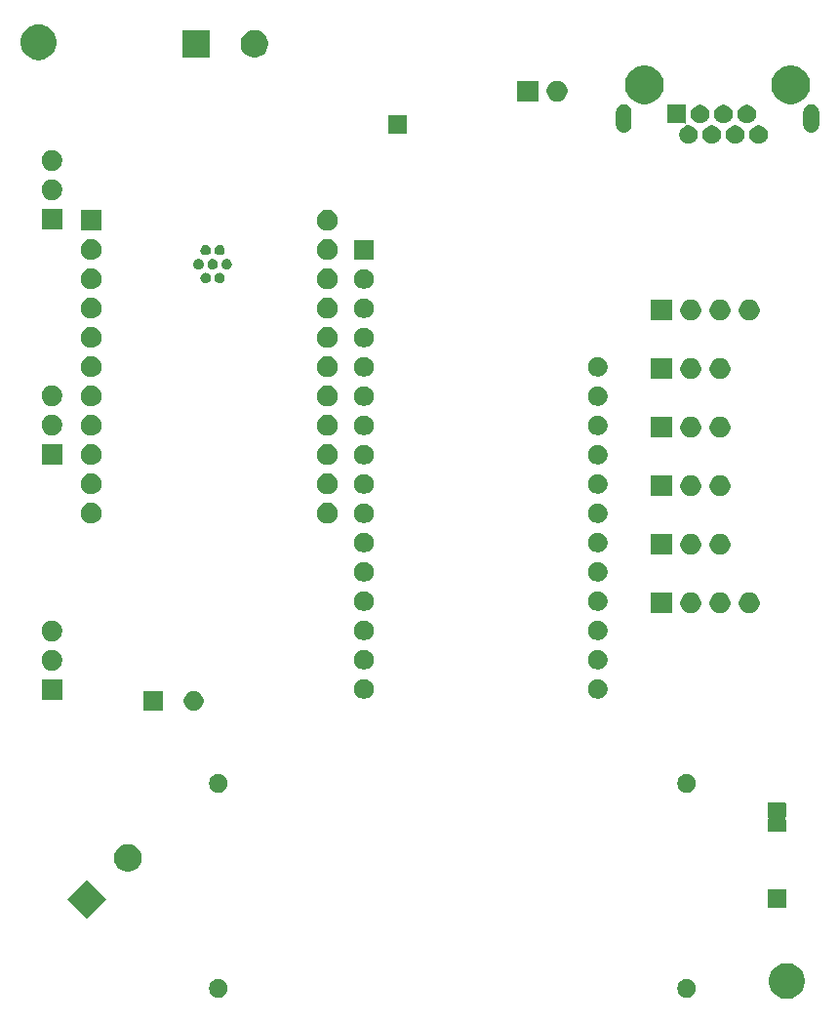
<source format=gbr>
G04 #@! TF.GenerationSoftware,KiCad,Pcbnew,(5.1.6)-1*
G04 #@! TF.CreationDate,2020-11-04T20:11:43-06:00*
G04 #@! TF.ProjectId,ControlBoardnRF_22PinSound_PowerAmp,436f6e74-726f-46c4-926f-6172646e5246,rev?*
G04 #@! TF.SameCoordinates,Original*
G04 #@! TF.FileFunction,Soldermask,Top*
G04 #@! TF.FilePolarity,Negative*
%FSLAX46Y46*%
G04 Gerber Fmt 4.6, Leading zero omitted, Abs format (unit mm)*
G04 Created by KiCad (PCBNEW (5.1.6)-1) date 2020-11-04 20:11:43*
%MOMM*%
%LPD*%
G01*
G04 APERTURE LIST*
%ADD10C,0.100000*%
G04 APERTURE END LIST*
D10*
G36*
X177302585Y-152578802D02*
G01*
X177452410Y-152608604D01*
X177734674Y-152725521D01*
X177988705Y-152895259D01*
X178204741Y-153111295D01*
X178374479Y-153365326D01*
X178491396Y-153647590D01*
X178551000Y-153947240D01*
X178551000Y-154252760D01*
X178491396Y-154552410D01*
X178374479Y-154834674D01*
X178204741Y-155088705D01*
X177988705Y-155304741D01*
X177734674Y-155474479D01*
X177452410Y-155591396D01*
X177302585Y-155621198D01*
X177152761Y-155651000D01*
X176847239Y-155651000D01*
X176697415Y-155621198D01*
X176547590Y-155591396D01*
X176265326Y-155474479D01*
X176011295Y-155304741D01*
X175795259Y-155088705D01*
X175625521Y-154834674D01*
X175508604Y-154552410D01*
X175449000Y-154252760D01*
X175449000Y-153947240D01*
X175508604Y-153647590D01*
X175625521Y-153365326D01*
X175795259Y-153111295D01*
X176011295Y-152895259D01*
X176265326Y-152725521D01*
X176547590Y-152608604D01*
X176697415Y-152578802D01*
X176847239Y-152549000D01*
X177152761Y-152549000D01*
X177302585Y-152578802D01*
G37*
G36*
X168527642Y-153934742D02*
G01*
X168675601Y-153996029D01*
X168808755Y-154084999D01*
X168922001Y-154198245D01*
X169010971Y-154331399D01*
X169072258Y-154479358D01*
X169103500Y-154636425D01*
X169103500Y-154796575D01*
X169072258Y-154953642D01*
X169010971Y-155101601D01*
X168922001Y-155234755D01*
X168808755Y-155348001D01*
X168675601Y-155436971D01*
X168527642Y-155498258D01*
X168370575Y-155529500D01*
X168210425Y-155529500D01*
X168053358Y-155498258D01*
X167905399Y-155436971D01*
X167772245Y-155348001D01*
X167658999Y-155234755D01*
X167570029Y-155101601D01*
X167508742Y-154953642D01*
X167477500Y-154796575D01*
X167477500Y-154636425D01*
X167508742Y-154479358D01*
X167570029Y-154331399D01*
X167658999Y-154198245D01*
X167772245Y-154084999D01*
X167905399Y-153996029D01*
X168053358Y-153934742D01*
X168210425Y-153903500D01*
X168370575Y-153903500D01*
X168527642Y-153934742D01*
G37*
G36*
X127887642Y-153934742D02*
G01*
X128035601Y-153996029D01*
X128168755Y-154084999D01*
X128282001Y-154198245D01*
X128370971Y-154331399D01*
X128432258Y-154479358D01*
X128463500Y-154636425D01*
X128463500Y-154796575D01*
X128432258Y-154953642D01*
X128370971Y-155101601D01*
X128282001Y-155234755D01*
X128168755Y-155348001D01*
X128035601Y-155436971D01*
X127887642Y-155498258D01*
X127730575Y-155529500D01*
X127570425Y-155529500D01*
X127413358Y-155498258D01*
X127265399Y-155436971D01*
X127132245Y-155348001D01*
X127018999Y-155234755D01*
X126930029Y-155101601D01*
X126868742Y-154953642D01*
X126837500Y-154796575D01*
X126837500Y-154636425D01*
X126868742Y-154479358D01*
X126930029Y-154331399D01*
X127018999Y-154198245D01*
X127132245Y-154084999D01*
X127265399Y-153996029D01*
X127413358Y-153934742D01*
X127570425Y-153903500D01*
X127730575Y-153903500D01*
X127887642Y-153934742D01*
G37*
G36*
X117888571Y-147000000D02*
G01*
X116200000Y-148688571D01*
X114511429Y-147000000D01*
X116200000Y-145311429D01*
X117888571Y-147000000D01*
G37*
G36*
X176901000Y-147701000D02*
G01*
X175299000Y-147701000D01*
X175299000Y-146099000D01*
X176901000Y-146099000D01*
X176901000Y-147701000D01*
G37*
G36*
X120140378Y-142259782D02*
G01*
X120357671Y-142349788D01*
X120357673Y-142349789D01*
X120553232Y-142480458D01*
X120719542Y-142646768D01*
X120850212Y-142842329D01*
X120940218Y-143059622D01*
X120986102Y-143290298D01*
X120986102Y-143525498D01*
X120940218Y-143756174D01*
X120850212Y-143973467D01*
X120850211Y-143973469D01*
X120719542Y-144169028D01*
X120553232Y-144335338D01*
X120357673Y-144466007D01*
X120357672Y-144466008D01*
X120357671Y-144466008D01*
X120140378Y-144556014D01*
X119909702Y-144601898D01*
X119674502Y-144601898D01*
X119443826Y-144556014D01*
X119226533Y-144466008D01*
X119226532Y-144466008D01*
X119226531Y-144466007D01*
X119030972Y-144335338D01*
X118864662Y-144169028D01*
X118733993Y-143973469D01*
X118733992Y-143973467D01*
X118643986Y-143756174D01*
X118598102Y-143525498D01*
X118598102Y-143290298D01*
X118643986Y-143059622D01*
X118733992Y-142842329D01*
X118864662Y-142646768D01*
X119030972Y-142480458D01*
X119226531Y-142349789D01*
X119226533Y-142349788D01*
X119443826Y-142259782D01*
X119674502Y-142213898D01*
X119909702Y-142213898D01*
X120140378Y-142259782D01*
G37*
G36*
X176859999Y-138624737D02*
G01*
X176869608Y-138627652D01*
X176878472Y-138632390D01*
X176886237Y-138638763D01*
X176892610Y-138646528D01*
X176897348Y-138655392D01*
X176900263Y-138665001D01*
X176901852Y-138681140D01*
X176901852Y-139818860D01*
X176900263Y-139834999D01*
X176897348Y-139844608D01*
X176892610Y-139853472D01*
X176886237Y-139861237D01*
X176873263Y-139871884D01*
X176864032Y-139878053D01*
X176846706Y-139895381D01*
X176833093Y-139915756D01*
X176823717Y-139938395D01*
X176818937Y-139962428D01*
X176818938Y-139986932D01*
X176823720Y-140010965D01*
X176833098Y-140033604D01*
X176846713Y-140053978D01*
X176864041Y-140071304D01*
X176873317Y-140078175D01*
X176878427Y-140082360D01*
X176886199Y-140088725D01*
X176892581Y-140096484D01*
X176897326Y-140105339D01*
X176897326Y-140105340D01*
X176900242Y-140114915D01*
X176900242Y-140114918D01*
X176900252Y-140114950D01*
X176901247Y-140125000D01*
X176901247Y-140125065D01*
X176901852Y-140131175D01*
X176901852Y-141118860D01*
X176900263Y-141134999D01*
X176897348Y-141144608D01*
X176892610Y-141153472D01*
X176886237Y-141161237D01*
X176878472Y-141167610D01*
X176869608Y-141172348D01*
X176859999Y-141175263D01*
X176843860Y-141176852D01*
X175356140Y-141176852D01*
X175340001Y-141175263D01*
X175330392Y-141172348D01*
X175321528Y-141167610D01*
X175313763Y-141161237D01*
X175307390Y-141153472D01*
X175302652Y-141144608D01*
X175299737Y-141134999D01*
X175298148Y-141118860D01*
X175298148Y-140131140D01*
X175299737Y-140115001D01*
X175302652Y-140105392D01*
X175307390Y-140096528D01*
X175313742Y-140088788D01*
X175313743Y-140088787D01*
X175313763Y-140088763D01*
X175321573Y-140082360D01*
X175321628Y-140082323D01*
X175331147Y-140074520D01*
X175331122Y-140074489D01*
X175344972Y-140063147D01*
X175360537Y-140044221D01*
X175372111Y-140022623D01*
X175379249Y-139999181D01*
X175381676Y-139974798D01*
X175379300Y-139950409D01*
X175372211Y-139926953D01*
X175360682Y-139905330D01*
X175345157Y-139886372D01*
X175326231Y-139870807D01*
X175323175Y-139868971D01*
X175321486Y-139867582D01*
X175321484Y-139867581D01*
X175313725Y-139861199D01*
X175311603Y-139858608D01*
X175307358Y-139853425D01*
X175304209Y-139847517D01*
X175302633Y-139844562D01*
X175299727Y-139834945D01*
X175299718Y-139834915D01*
X175298148Y-139818887D01*
X175298148Y-138681140D01*
X175299737Y-138665001D01*
X175302652Y-138655392D01*
X175307390Y-138646528D01*
X175313763Y-138638763D01*
X175321528Y-138632390D01*
X175330392Y-138627652D01*
X175340001Y-138624737D01*
X175356140Y-138623148D01*
X176843860Y-138623148D01*
X176859999Y-138624737D01*
G37*
G36*
X127887642Y-136154742D02*
G01*
X128035601Y-136216029D01*
X128168755Y-136304999D01*
X128282001Y-136418245D01*
X128370971Y-136551399D01*
X128432258Y-136699358D01*
X128463500Y-136856425D01*
X128463500Y-137016575D01*
X128432258Y-137173642D01*
X128370971Y-137321601D01*
X128282001Y-137454755D01*
X128168755Y-137568001D01*
X128035601Y-137656971D01*
X127887642Y-137718258D01*
X127730575Y-137749500D01*
X127570425Y-137749500D01*
X127413358Y-137718258D01*
X127265399Y-137656971D01*
X127132245Y-137568001D01*
X127018999Y-137454755D01*
X126930029Y-137321601D01*
X126868742Y-137173642D01*
X126837500Y-137016575D01*
X126837500Y-136856425D01*
X126868742Y-136699358D01*
X126930029Y-136551399D01*
X127018999Y-136418245D01*
X127132245Y-136304999D01*
X127265399Y-136216029D01*
X127413358Y-136154742D01*
X127570425Y-136123500D01*
X127730575Y-136123500D01*
X127887642Y-136154742D01*
G37*
G36*
X168527642Y-136154742D02*
G01*
X168675601Y-136216029D01*
X168808755Y-136304999D01*
X168922001Y-136418245D01*
X169010971Y-136551399D01*
X169072258Y-136699358D01*
X169103500Y-136856425D01*
X169103500Y-137016575D01*
X169072258Y-137173642D01*
X169010971Y-137321601D01*
X168922001Y-137454755D01*
X168808755Y-137568001D01*
X168675601Y-137656971D01*
X168527642Y-137718258D01*
X168370575Y-137749500D01*
X168210425Y-137749500D01*
X168053358Y-137718258D01*
X167905399Y-137656971D01*
X167772245Y-137568001D01*
X167658999Y-137454755D01*
X167570029Y-137321601D01*
X167508742Y-137173642D01*
X167477500Y-137016575D01*
X167477500Y-136856425D01*
X167508742Y-136699358D01*
X167570029Y-136551399D01*
X167658999Y-136418245D01*
X167772245Y-136304999D01*
X167905399Y-136216029D01*
X168053358Y-136154742D01*
X168210425Y-136123500D01*
X168370575Y-136123500D01*
X168527642Y-136154742D01*
G37*
G36*
X122851000Y-130651000D02*
G01*
X121149000Y-130651000D01*
X121149000Y-128949000D01*
X122851000Y-128949000D01*
X122851000Y-130651000D01*
G37*
G36*
X125748228Y-128981703D02*
G01*
X125903100Y-129045853D01*
X126042481Y-129138985D01*
X126161015Y-129257519D01*
X126254147Y-129396900D01*
X126318297Y-129551772D01*
X126351000Y-129716184D01*
X126351000Y-129883816D01*
X126318297Y-130048228D01*
X126254147Y-130203100D01*
X126161015Y-130342481D01*
X126042481Y-130461015D01*
X125903100Y-130554147D01*
X125748228Y-130618297D01*
X125583816Y-130651000D01*
X125416184Y-130651000D01*
X125251772Y-130618297D01*
X125096900Y-130554147D01*
X124957519Y-130461015D01*
X124838985Y-130342481D01*
X124745853Y-130203100D01*
X124681703Y-130048228D01*
X124649000Y-129883816D01*
X124649000Y-129716184D01*
X124681703Y-129551772D01*
X124745853Y-129396900D01*
X124838985Y-129257519D01*
X124957519Y-129138985D01*
X125096900Y-129045853D01*
X125251772Y-128981703D01*
X125416184Y-128949000D01*
X125583816Y-128949000D01*
X125748228Y-128981703D01*
G37*
G36*
X114101000Y-129701000D02*
G01*
X112299000Y-129701000D01*
X112299000Y-127899000D01*
X114101000Y-127899000D01*
X114101000Y-129701000D01*
G37*
G36*
X140516168Y-127940643D02*
G01*
X140671040Y-128004793D01*
X140810421Y-128097925D01*
X140928955Y-128216459D01*
X141022087Y-128355840D01*
X141086237Y-128510712D01*
X141118940Y-128675124D01*
X141118940Y-128842756D01*
X141086237Y-129007168D01*
X141022087Y-129162040D01*
X140928955Y-129301421D01*
X140810421Y-129419955D01*
X140671040Y-129513087D01*
X140516168Y-129577237D01*
X140351756Y-129609940D01*
X140184124Y-129609940D01*
X140019712Y-129577237D01*
X139864840Y-129513087D01*
X139725459Y-129419955D01*
X139606925Y-129301421D01*
X139513793Y-129162040D01*
X139449643Y-129007168D01*
X139416940Y-128842756D01*
X139416940Y-128675124D01*
X139449643Y-128510712D01*
X139513793Y-128355840D01*
X139606925Y-128216459D01*
X139725459Y-128097925D01*
X139864840Y-128004793D01*
X140019712Y-127940643D01*
X140184124Y-127907940D01*
X140351756Y-127907940D01*
X140516168Y-127940643D01*
G37*
G36*
X160816168Y-127940643D02*
G01*
X160971040Y-128004793D01*
X161110421Y-128097925D01*
X161228955Y-128216459D01*
X161322087Y-128355840D01*
X161386237Y-128510712D01*
X161418940Y-128675124D01*
X161418940Y-128842756D01*
X161386237Y-129007168D01*
X161322087Y-129162040D01*
X161228955Y-129301421D01*
X161110421Y-129419955D01*
X160971040Y-129513087D01*
X160816168Y-129577237D01*
X160651756Y-129609940D01*
X160484124Y-129609940D01*
X160319712Y-129577237D01*
X160164840Y-129513087D01*
X160025459Y-129419955D01*
X159906925Y-129301421D01*
X159813793Y-129162040D01*
X159749643Y-129007168D01*
X159716940Y-128842756D01*
X159716940Y-128675124D01*
X159749643Y-128510712D01*
X159813793Y-128355840D01*
X159906925Y-128216459D01*
X160025459Y-128097925D01*
X160164840Y-128004793D01*
X160319712Y-127940643D01*
X160484124Y-127907940D01*
X160651756Y-127907940D01*
X160816168Y-127940643D01*
G37*
G36*
X113313512Y-125363927D02*
G01*
X113462812Y-125393624D01*
X113626784Y-125461544D01*
X113774354Y-125560147D01*
X113899853Y-125685646D01*
X113998456Y-125833216D01*
X114066376Y-125997188D01*
X114101000Y-126171259D01*
X114101000Y-126348741D01*
X114066376Y-126522812D01*
X113998456Y-126686784D01*
X113899853Y-126834354D01*
X113774354Y-126959853D01*
X113626784Y-127058456D01*
X113462812Y-127126376D01*
X113313512Y-127156073D01*
X113288742Y-127161000D01*
X113111258Y-127161000D01*
X113086488Y-127156073D01*
X112937188Y-127126376D01*
X112773216Y-127058456D01*
X112625646Y-126959853D01*
X112500147Y-126834354D01*
X112401544Y-126686784D01*
X112333624Y-126522812D01*
X112299000Y-126348741D01*
X112299000Y-126171259D01*
X112333624Y-125997188D01*
X112401544Y-125833216D01*
X112500147Y-125685646D01*
X112625646Y-125560147D01*
X112773216Y-125461544D01*
X112937188Y-125393624D01*
X113086488Y-125363927D01*
X113111258Y-125359000D01*
X113288742Y-125359000D01*
X113313512Y-125363927D01*
G37*
G36*
X160816168Y-125400643D02*
G01*
X160971040Y-125464793D01*
X161110421Y-125557925D01*
X161228955Y-125676459D01*
X161322087Y-125815840D01*
X161386237Y-125970712D01*
X161418940Y-126135124D01*
X161418940Y-126302756D01*
X161386237Y-126467168D01*
X161322087Y-126622040D01*
X161228955Y-126761421D01*
X161110421Y-126879955D01*
X160971040Y-126973087D01*
X160816168Y-127037237D01*
X160651756Y-127069940D01*
X160484124Y-127069940D01*
X160319712Y-127037237D01*
X160164840Y-126973087D01*
X160025459Y-126879955D01*
X159906925Y-126761421D01*
X159813793Y-126622040D01*
X159749643Y-126467168D01*
X159716940Y-126302756D01*
X159716940Y-126135124D01*
X159749643Y-125970712D01*
X159813793Y-125815840D01*
X159906925Y-125676459D01*
X160025459Y-125557925D01*
X160164840Y-125464793D01*
X160319712Y-125400643D01*
X160484124Y-125367940D01*
X160651756Y-125367940D01*
X160816168Y-125400643D01*
G37*
G36*
X140516168Y-125400643D02*
G01*
X140671040Y-125464793D01*
X140810421Y-125557925D01*
X140928955Y-125676459D01*
X141022087Y-125815840D01*
X141086237Y-125970712D01*
X141118940Y-126135124D01*
X141118940Y-126302756D01*
X141086237Y-126467168D01*
X141022087Y-126622040D01*
X140928955Y-126761421D01*
X140810421Y-126879955D01*
X140671040Y-126973087D01*
X140516168Y-127037237D01*
X140351756Y-127069940D01*
X140184124Y-127069940D01*
X140019712Y-127037237D01*
X139864840Y-126973087D01*
X139725459Y-126879955D01*
X139606925Y-126761421D01*
X139513793Y-126622040D01*
X139449643Y-126467168D01*
X139416940Y-126302756D01*
X139416940Y-126135124D01*
X139449643Y-125970712D01*
X139513793Y-125815840D01*
X139606925Y-125676459D01*
X139725459Y-125557925D01*
X139864840Y-125464793D01*
X140019712Y-125400643D01*
X140184124Y-125367940D01*
X140351756Y-125367940D01*
X140516168Y-125400643D01*
G37*
G36*
X113313512Y-122823927D02*
G01*
X113462812Y-122853624D01*
X113626784Y-122921544D01*
X113774354Y-123020147D01*
X113899853Y-123145646D01*
X113998456Y-123293216D01*
X114066376Y-123457188D01*
X114101000Y-123631259D01*
X114101000Y-123808741D01*
X114066376Y-123982812D01*
X113998456Y-124146784D01*
X113899853Y-124294354D01*
X113774354Y-124419853D01*
X113626784Y-124518456D01*
X113462812Y-124586376D01*
X113313512Y-124616073D01*
X113288742Y-124621000D01*
X113111258Y-124621000D01*
X113086488Y-124616073D01*
X112937188Y-124586376D01*
X112773216Y-124518456D01*
X112625646Y-124419853D01*
X112500147Y-124294354D01*
X112401544Y-124146784D01*
X112333624Y-123982812D01*
X112299000Y-123808741D01*
X112299000Y-123631259D01*
X112333624Y-123457188D01*
X112401544Y-123293216D01*
X112500147Y-123145646D01*
X112625646Y-123020147D01*
X112773216Y-122921544D01*
X112937188Y-122853624D01*
X113086488Y-122823927D01*
X113111258Y-122819000D01*
X113288742Y-122819000D01*
X113313512Y-122823927D01*
G37*
G36*
X160816168Y-122860643D02*
G01*
X160971040Y-122924793D01*
X161110421Y-123017925D01*
X161228955Y-123136459D01*
X161322087Y-123275840D01*
X161386237Y-123430712D01*
X161418940Y-123595124D01*
X161418940Y-123762756D01*
X161386237Y-123927168D01*
X161322087Y-124082040D01*
X161228955Y-124221421D01*
X161110421Y-124339955D01*
X160971040Y-124433087D01*
X160816168Y-124497237D01*
X160651756Y-124529940D01*
X160484124Y-124529940D01*
X160319712Y-124497237D01*
X160164840Y-124433087D01*
X160025459Y-124339955D01*
X159906925Y-124221421D01*
X159813793Y-124082040D01*
X159749643Y-123927168D01*
X159716940Y-123762756D01*
X159716940Y-123595124D01*
X159749643Y-123430712D01*
X159813793Y-123275840D01*
X159906925Y-123136459D01*
X160025459Y-123017925D01*
X160164840Y-122924793D01*
X160319712Y-122860643D01*
X160484124Y-122827940D01*
X160651756Y-122827940D01*
X160816168Y-122860643D01*
G37*
G36*
X140516168Y-122860643D02*
G01*
X140671040Y-122924793D01*
X140810421Y-123017925D01*
X140928955Y-123136459D01*
X141022087Y-123275840D01*
X141086237Y-123430712D01*
X141118940Y-123595124D01*
X141118940Y-123762756D01*
X141086237Y-123927168D01*
X141022087Y-124082040D01*
X140928955Y-124221421D01*
X140810421Y-124339955D01*
X140671040Y-124433087D01*
X140516168Y-124497237D01*
X140351756Y-124529940D01*
X140184124Y-124529940D01*
X140019712Y-124497237D01*
X139864840Y-124433087D01*
X139725459Y-124339955D01*
X139606925Y-124221421D01*
X139513793Y-124082040D01*
X139449643Y-123927168D01*
X139416940Y-123762756D01*
X139416940Y-123595124D01*
X139449643Y-123430712D01*
X139513793Y-123275840D01*
X139606925Y-123136459D01*
X139725459Y-123017925D01*
X139864840Y-122924793D01*
X140019712Y-122860643D01*
X140184124Y-122827940D01*
X140351756Y-122827940D01*
X140516168Y-122860643D01*
G37*
G36*
X173833512Y-120403927D02*
G01*
X173982812Y-120433624D01*
X174146784Y-120501544D01*
X174294354Y-120600147D01*
X174419853Y-120725646D01*
X174518456Y-120873216D01*
X174586376Y-121037188D01*
X174621000Y-121211259D01*
X174621000Y-121388741D01*
X174586376Y-121562812D01*
X174518456Y-121726784D01*
X174419853Y-121874354D01*
X174294354Y-121999853D01*
X174146784Y-122098456D01*
X173982812Y-122166376D01*
X173833512Y-122196073D01*
X173808742Y-122201000D01*
X173631258Y-122201000D01*
X173606488Y-122196073D01*
X173457188Y-122166376D01*
X173293216Y-122098456D01*
X173145646Y-121999853D01*
X173020147Y-121874354D01*
X172921544Y-121726784D01*
X172853624Y-121562812D01*
X172819000Y-121388741D01*
X172819000Y-121211259D01*
X172853624Y-121037188D01*
X172921544Y-120873216D01*
X173020147Y-120725646D01*
X173145646Y-120600147D01*
X173293216Y-120501544D01*
X173457188Y-120433624D01*
X173606488Y-120403927D01*
X173631258Y-120399000D01*
X173808742Y-120399000D01*
X173833512Y-120403927D01*
G37*
G36*
X171293512Y-120403927D02*
G01*
X171442812Y-120433624D01*
X171606784Y-120501544D01*
X171754354Y-120600147D01*
X171879853Y-120725646D01*
X171978456Y-120873216D01*
X172046376Y-121037188D01*
X172081000Y-121211259D01*
X172081000Y-121388741D01*
X172046376Y-121562812D01*
X171978456Y-121726784D01*
X171879853Y-121874354D01*
X171754354Y-121999853D01*
X171606784Y-122098456D01*
X171442812Y-122166376D01*
X171293512Y-122196073D01*
X171268742Y-122201000D01*
X171091258Y-122201000D01*
X171066488Y-122196073D01*
X170917188Y-122166376D01*
X170753216Y-122098456D01*
X170605646Y-121999853D01*
X170480147Y-121874354D01*
X170381544Y-121726784D01*
X170313624Y-121562812D01*
X170279000Y-121388741D01*
X170279000Y-121211259D01*
X170313624Y-121037188D01*
X170381544Y-120873216D01*
X170480147Y-120725646D01*
X170605646Y-120600147D01*
X170753216Y-120501544D01*
X170917188Y-120433624D01*
X171066488Y-120403927D01*
X171091258Y-120399000D01*
X171268742Y-120399000D01*
X171293512Y-120403927D01*
G37*
G36*
X168753512Y-120403927D02*
G01*
X168902812Y-120433624D01*
X169066784Y-120501544D01*
X169214354Y-120600147D01*
X169339853Y-120725646D01*
X169438456Y-120873216D01*
X169506376Y-121037188D01*
X169541000Y-121211259D01*
X169541000Y-121388741D01*
X169506376Y-121562812D01*
X169438456Y-121726784D01*
X169339853Y-121874354D01*
X169214354Y-121999853D01*
X169066784Y-122098456D01*
X168902812Y-122166376D01*
X168753512Y-122196073D01*
X168728742Y-122201000D01*
X168551258Y-122201000D01*
X168526488Y-122196073D01*
X168377188Y-122166376D01*
X168213216Y-122098456D01*
X168065646Y-121999853D01*
X167940147Y-121874354D01*
X167841544Y-121726784D01*
X167773624Y-121562812D01*
X167739000Y-121388741D01*
X167739000Y-121211259D01*
X167773624Y-121037188D01*
X167841544Y-120873216D01*
X167940147Y-120725646D01*
X168065646Y-120600147D01*
X168213216Y-120501544D01*
X168377188Y-120433624D01*
X168526488Y-120403927D01*
X168551258Y-120399000D01*
X168728742Y-120399000D01*
X168753512Y-120403927D01*
G37*
G36*
X167001000Y-122201000D02*
G01*
X165199000Y-122201000D01*
X165199000Y-120399000D01*
X167001000Y-120399000D01*
X167001000Y-122201000D01*
G37*
G36*
X140516168Y-120320643D02*
G01*
X140671040Y-120384793D01*
X140810421Y-120477925D01*
X140928955Y-120596459D01*
X141022087Y-120735840D01*
X141086237Y-120890712D01*
X141118940Y-121055124D01*
X141118940Y-121222756D01*
X141086237Y-121387168D01*
X141022087Y-121542040D01*
X140928955Y-121681421D01*
X140810421Y-121799955D01*
X140671040Y-121893087D01*
X140516168Y-121957237D01*
X140351756Y-121989940D01*
X140184124Y-121989940D01*
X140019712Y-121957237D01*
X139864840Y-121893087D01*
X139725459Y-121799955D01*
X139606925Y-121681421D01*
X139513793Y-121542040D01*
X139449643Y-121387168D01*
X139416940Y-121222756D01*
X139416940Y-121055124D01*
X139449643Y-120890712D01*
X139513793Y-120735840D01*
X139606925Y-120596459D01*
X139725459Y-120477925D01*
X139864840Y-120384793D01*
X140019712Y-120320643D01*
X140184124Y-120287940D01*
X140351756Y-120287940D01*
X140516168Y-120320643D01*
G37*
G36*
X160816168Y-120320643D02*
G01*
X160971040Y-120384793D01*
X161110421Y-120477925D01*
X161228955Y-120596459D01*
X161322087Y-120735840D01*
X161386237Y-120890712D01*
X161418940Y-121055124D01*
X161418940Y-121222756D01*
X161386237Y-121387168D01*
X161322087Y-121542040D01*
X161228955Y-121681421D01*
X161110421Y-121799955D01*
X160971040Y-121893087D01*
X160816168Y-121957237D01*
X160651756Y-121989940D01*
X160484124Y-121989940D01*
X160319712Y-121957237D01*
X160164840Y-121893087D01*
X160025459Y-121799955D01*
X159906925Y-121681421D01*
X159813793Y-121542040D01*
X159749643Y-121387168D01*
X159716940Y-121222756D01*
X159716940Y-121055124D01*
X159749643Y-120890712D01*
X159813793Y-120735840D01*
X159906925Y-120596459D01*
X160025459Y-120477925D01*
X160164840Y-120384793D01*
X160319712Y-120320643D01*
X160484124Y-120287940D01*
X160651756Y-120287940D01*
X160816168Y-120320643D01*
G37*
G36*
X140516168Y-117780643D02*
G01*
X140671040Y-117844793D01*
X140810421Y-117937925D01*
X140928955Y-118056459D01*
X141022087Y-118195840D01*
X141086237Y-118350712D01*
X141118940Y-118515124D01*
X141118940Y-118682756D01*
X141086237Y-118847168D01*
X141022087Y-119002040D01*
X140928955Y-119141421D01*
X140810421Y-119259955D01*
X140671040Y-119353087D01*
X140516168Y-119417237D01*
X140351756Y-119449940D01*
X140184124Y-119449940D01*
X140019712Y-119417237D01*
X139864840Y-119353087D01*
X139725459Y-119259955D01*
X139606925Y-119141421D01*
X139513793Y-119002040D01*
X139449643Y-118847168D01*
X139416940Y-118682756D01*
X139416940Y-118515124D01*
X139449643Y-118350712D01*
X139513793Y-118195840D01*
X139606925Y-118056459D01*
X139725459Y-117937925D01*
X139864840Y-117844793D01*
X140019712Y-117780643D01*
X140184124Y-117747940D01*
X140351756Y-117747940D01*
X140516168Y-117780643D01*
G37*
G36*
X160816168Y-117780643D02*
G01*
X160971040Y-117844793D01*
X161110421Y-117937925D01*
X161228955Y-118056459D01*
X161322087Y-118195840D01*
X161386237Y-118350712D01*
X161418940Y-118515124D01*
X161418940Y-118682756D01*
X161386237Y-118847168D01*
X161322087Y-119002040D01*
X161228955Y-119141421D01*
X161110421Y-119259955D01*
X160971040Y-119353087D01*
X160816168Y-119417237D01*
X160651756Y-119449940D01*
X160484124Y-119449940D01*
X160319712Y-119417237D01*
X160164840Y-119353087D01*
X160025459Y-119259955D01*
X159906925Y-119141421D01*
X159813793Y-119002040D01*
X159749643Y-118847168D01*
X159716940Y-118682756D01*
X159716940Y-118515124D01*
X159749643Y-118350712D01*
X159813793Y-118195840D01*
X159906925Y-118056459D01*
X160025459Y-117937925D01*
X160164840Y-117844793D01*
X160319712Y-117780643D01*
X160484124Y-117747940D01*
X160651756Y-117747940D01*
X160816168Y-117780643D01*
G37*
G36*
X167001000Y-117121000D02*
G01*
X165199000Y-117121000D01*
X165199000Y-115319000D01*
X167001000Y-115319000D01*
X167001000Y-117121000D01*
G37*
G36*
X168753512Y-115323927D02*
G01*
X168902812Y-115353624D01*
X169066784Y-115421544D01*
X169214354Y-115520147D01*
X169339853Y-115645646D01*
X169438456Y-115793216D01*
X169506376Y-115957188D01*
X169541000Y-116131259D01*
X169541000Y-116308741D01*
X169506376Y-116482812D01*
X169438456Y-116646784D01*
X169339853Y-116794354D01*
X169214354Y-116919853D01*
X169066784Y-117018456D01*
X168902812Y-117086376D01*
X168753512Y-117116073D01*
X168728742Y-117121000D01*
X168551258Y-117121000D01*
X168526488Y-117116073D01*
X168377188Y-117086376D01*
X168213216Y-117018456D01*
X168065646Y-116919853D01*
X167940147Y-116794354D01*
X167841544Y-116646784D01*
X167773624Y-116482812D01*
X167739000Y-116308741D01*
X167739000Y-116131259D01*
X167773624Y-115957188D01*
X167841544Y-115793216D01*
X167940147Y-115645646D01*
X168065646Y-115520147D01*
X168213216Y-115421544D01*
X168377188Y-115353624D01*
X168526488Y-115323927D01*
X168551258Y-115319000D01*
X168728742Y-115319000D01*
X168753512Y-115323927D01*
G37*
G36*
X171293512Y-115323927D02*
G01*
X171442812Y-115353624D01*
X171606784Y-115421544D01*
X171754354Y-115520147D01*
X171879853Y-115645646D01*
X171978456Y-115793216D01*
X172046376Y-115957188D01*
X172081000Y-116131259D01*
X172081000Y-116308741D01*
X172046376Y-116482812D01*
X171978456Y-116646784D01*
X171879853Y-116794354D01*
X171754354Y-116919853D01*
X171606784Y-117018456D01*
X171442812Y-117086376D01*
X171293512Y-117116073D01*
X171268742Y-117121000D01*
X171091258Y-117121000D01*
X171066488Y-117116073D01*
X170917188Y-117086376D01*
X170753216Y-117018456D01*
X170605646Y-116919853D01*
X170480147Y-116794354D01*
X170381544Y-116646784D01*
X170313624Y-116482812D01*
X170279000Y-116308741D01*
X170279000Y-116131259D01*
X170313624Y-115957188D01*
X170381544Y-115793216D01*
X170480147Y-115645646D01*
X170605646Y-115520147D01*
X170753216Y-115421544D01*
X170917188Y-115353624D01*
X171066488Y-115323927D01*
X171091258Y-115319000D01*
X171268742Y-115319000D01*
X171293512Y-115323927D01*
G37*
G36*
X140516168Y-115240643D02*
G01*
X140671040Y-115304793D01*
X140810421Y-115397925D01*
X140928955Y-115516459D01*
X141022087Y-115655840D01*
X141086237Y-115810712D01*
X141118940Y-115975124D01*
X141118940Y-116142756D01*
X141086237Y-116307168D01*
X141022087Y-116462040D01*
X140928955Y-116601421D01*
X140810421Y-116719955D01*
X140671040Y-116813087D01*
X140516168Y-116877237D01*
X140351756Y-116909940D01*
X140184124Y-116909940D01*
X140019712Y-116877237D01*
X139864840Y-116813087D01*
X139725459Y-116719955D01*
X139606925Y-116601421D01*
X139513793Y-116462040D01*
X139449643Y-116307168D01*
X139416940Y-116142756D01*
X139416940Y-115975124D01*
X139449643Y-115810712D01*
X139513793Y-115655840D01*
X139606925Y-115516459D01*
X139725459Y-115397925D01*
X139864840Y-115304793D01*
X140019712Y-115240643D01*
X140184124Y-115207940D01*
X140351756Y-115207940D01*
X140516168Y-115240643D01*
G37*
G36*
X160816168Y-115240643D02*
G01*
X160971040Y-115304793D01*
X161110421Y-115397925D01*
X161228955Y-115516459D01*
X161322087Y-115655840D01*
X161386237Y-115810712D01*
X161418940Y-115975124D01*
X161418940Y-116142756D01*
X161386237Y-116307168D01*
X161322087Y-116462040D01*
X161228955Y-116601421D01*
X161110421Y-116719955D01*
X160971040Y-116813087D01*
X160816168Y-116877237D01*
X160651756Y-116909940D01*
X160484124Y-116909940D01*
X160319712Y-116877237D01*
X160164840Y-116813087D01*
X160025459Y-116719955D01*
X159906925Y-116601421D01*
X159813793Y-116462040D01*
X159749643Y-116307168D01*
X159716940Y-116142756D01*
X159716940Y-115975124D01*
X159749643Y-115810712D01*
X159813793Y-115655840D01*
X159906925Y-115516459D01*
X160025459Y-115397925D01*
X160164840Y-115304793D01*
X160319712Y-115240643D01*
X160484124Y-115207940D01*
X160651756Y-115207940D01*
X160816168Y-115240643D01*
G37*
G36*
X137213512Y-112603927D02*
G01*
X137362812Y-112633624D01*
X137526784Y-112701544D01*
X137674354Y-112800147D01*
X137799853Y-112925646D01*
X137898456Y-113073216D01*
X137966376Y-113237188D01*
X138001000Y-113411259D01*
X138001000Y-113588741D01*
X137966376Y-113762812D01*
X137898456Y-113926784D01*
X137799853Y-114074354D01*
X137674354Y-114199853D01*
X137526784Y-114298456D01*
X137362812Y-114366376D01*
X137213512Y-114396073D01*
X137188742Y-114401000D01*
X137011258Y-114401000D01*
X136986488Y-114396073D01*
X136837188Y-114366376D01*
X136673216Y-114298456D01*
X136525646Y-114199853D01*
X136400147Y-114074354D01*
X136301544Y-113926784D01*
X136233624Y-113762812D01*
X136199000Y-113588741D01*
X136199000Y-113411259D01*
X136233624Y-113237188D01*
X136301544Y-113073216D01*
X136400147Y-112925646D01*
X136525646Y-112800147D01*
X136673216Y-112701544D01*
X136837188Y-112633624D01*
X136986488Y-112603927D01*
X137011258Y-112599000D01*
X137188742Y-112599000D01*
X137213512Y-112603927D01*
G37*
G36*
X116713512Y-112603927D02*
G01*
X116862812Y-112633624D01*
X117026784Y-112701544D01*
X117174354Y-112800147D01*
X117299853Y-112925646D01*
X117398456Y-113073216D01*
X117466376Y-113237188D01*
X117501000Y-113411259D01*
X117501000Y-113588741D01*
X117466376Y-113762812D01*
X117398456Y-113926784D01*
X117299853Y-114074354D01*
X117174354Y-114199853D01*
X117026784Y-114298456D01*
X116862812Y-114366376D01*
X116713512Y-114396073D01*
X116688742Y-114401000D01*
X116511258Y-114401000D01*
X116486488Y-114396073D01*
X116337188Y-114366376D01*
X116173216Y-114298456D01*
X116025646Y-114199853D01*
X115900147Y-114074354D01*
X115801544Y-113926784D01*
X115733624Y-113762812D01*
X115699000Y-113588741D01*
X115699000Y-113411259D01*
X115733624Y-113237188D01*
X115801544Y-113073216D01*
X115900147Y-112925646D01*
X116025646Y-112800147D01*
X116173216Y-112701544D01*
X116337188Y-112633624D01*
X116486488Y-112603927D01*
X116511258Y-112599000D01*
X116688742Y-112599000D01*
X116713512Y-112603927D01*
G37*
G36*
X160816168Y-112700643D02*
G01*
X160971040Y-112764793D01*
X161110421Y-112857925D01*
X161228955Y-112976459D01*
X161322087Y-113115840D01*
X161386237Y-113270712D01*
X161418940Y-113435124D01*
X161418940Y-113602756D01*
X161386237Y-113767168D01*
X161322087Y-113922040D01*
X161228955Y-114061421D01*
X161110421Y-114179955D01*
X160971040Y-114273087D01*
X160816168Y-114337237D01*
X160651756Y-114369940D01*
X160484124Y-114369940D01*
X160319712Y-114337237D01*
X160164840Y-114273087D01*
X160025459Y-114179955D01*
X159906925Y-114061421D01*
X159813793Y-113922040D01*
X159749643Y-113767168D01*
X159716940Y-113602756D01*
X159716940Y-113435124D01*
X159749643Y-113270712D01*
X159813793Y-113115840D01*
X159906925Y-112976459D01*
X160025459Y-112857925D01*
X160164840Y-112764793D01*
X160319712Y-112700643D01*
X160484124Y-112667940D01*
X160651756Y-112667940D01*
X160816168Y-112700643D01*
G37*
G36*
X140516168Y-112700643D02*
G01*
X140671040Y-112764793D01*
X140810421Y-112857925D01*
X140928955Y-112976459D01*
X141022087Y-113115840D01*
X141086237Y-113270712D01*
X141118940Y-113435124D01*
X141118940Y-113602756D01*
X141086237Y-113767168D01*
X141022087Y-113922040D01*
X140928955Y-114061421D01*
X140810421Y-114179955D01*
X140671040Y-114273087D01*
X140516168Y-114337237D01*
X140351756Y-114369940D01*
X140184124Y-114369940D01*
X140019712Y-114337237D01*
X139864840Y-114273087D01*
X139725459Y-114179955D01*
X139606925Y-114061421D01*
X139513793Y-113922040D01*
X139449643Y-113767168D01*
X139416940Y-113602756D01*
X139416940Y-113435124D01*
X139449643Y-113270712D01*
X139513793Y-113115840D01*
X139606925Y-112976459D01*
X139725459Y-112857925D01*
X139864840Y-112764793D01*
X140019712Y-112700643D01*
X140184124Y-112667940D01*
X140351756Y-112667940D01*
X140516168Y-112700643D01*
G37*
G36*
X167001000Y-112041000D02*
G01*
X165199000Y-112041000D01*
X165199000Y-110239000D01*
X167001000Y-110239000D01*
X167001000Y-112041000D01*
G37*
G36*
X168753512Y-110243927D02*
G01*
X168902812Y-110273624D01*
X169066784Y-110341544D01*
X169214354Y-110440147D01*
X169339853Y-110565646D01*
X169438456Y-110713216D01*
X169506376Y-110877188D01*
X169536073Y-111026488D01*
X169540500Y-111048742D01*
X169541000Y-111051259D01*
X169541000Y-111228741D01*
X169506376Y-111402812D01*
X169438456Y-111566784D01*
X169339853Y-111714354D01*
X169214354Y-111839853D01*
X169066784Y-111938456D01*
X168902812Y-112006376D01*
X168753512Y-112036073D01*
X168728742Y-112041000D01*
X168551258Y-112041000D01*
X168526488Y-112036073D01*
X168377188Y-112006376D01*
X168213216Y-111938456D01*
X168065646Y-111839853D01*
X167940147Y-111714354D01*
X167841544Y-111566784D01*
X167773624Y-111402812D01*
X167739000Y-111228741D01*
X167739000Y-111051259D01*
X167739501Y-111048742D01*
X167743927Y-111026488D01*
X167773624Y-110877188D01*
X167841544Y-110713216D01*
X167940147Y-110565646D01*
X168065646Y-110440147D01*
X168213216Y-110341544D01*
X168377188Y-110273624D01*
X168526488Y-110243927D01*
X168551258Y-110239000D01*
X168728742Y-110239000D01*
X168753512Y-110243927D01*
G37*
G36*
X171293512Y-110243927D02*
G01*
X171442812Y-110273624D01*
X171606784Y-110341544D01*
X171754354Y-110440147D01*
X171879853Y-110565646D01*
X171978456Y-110713216D01*
X172046376Y-110877188D01*
X172076073Y-111026488D01*
X172080500Y-111048742D01*
X172081000Y-111051259D01*
X172081000Y-111228741D01*
X172046376Y-111402812D01*
X171978456Y-111566784D01*
X171879853Y-111714354D01*
X171754354Y-111839853D01*
X171606784Y-111938456D01*
X171442812Y-112006376D01*
X171293512Y-112036073D01*
X171268742Y-112041000D01*
X171091258Y-112041000D01*
X171066488Y-112036073D01*
X170917188Y-112006376D01*
X170753216Y-111938456D01*
X170605646Y-111839853D01*
X170480147Y-111714354D01*
X170381544Y-111566784D01*
X170313624Y-111402812D01*
X170279000Y-111228741D01*
X170279000Y-111051259D01*
X170279501Y-111048742D01*
X170283927Y-111026488D01*
X170313624Y-110877188D01*
X170381544Y-110713216D01*
X170480147Y-110565646D01*
X170605646Y-110440147D01*
X170753216Y-110341544D01*
X170917188Y-110273624D01*
X171066488Y-110243927D01*
X171091258Y-110239000D01*
X171268742Y-110239000D01*
X171293512Y-110243927D01*
G37*
G36*
X137213512Y-110063927D02*
G01*
X137362812Y-110093624D01*
X137526784Y-110161544D01*
X137674354Y-110260147D01*
X137799853Y-110385646D01*
X137898456Y-110533216D01*
X137966376Y-110697188D01*
X137996073Y-110846488D01*
X138001000Y-110871258D01*
X138001000Y-111048742D01*
X138000499Y-111051259D01*
X137966376Y-111222812D01*
X137898456Y-111386784D01*
X137799853Y-111534354D01*
X137674354Y-111659853D01*
X137526784Y-111758456D01*
X137362812Y-111826376D01*
X137213512Y-111856073D01*
X137188742Y-111861000D01*
X137011258Y-111861000D01*
X136986488Y-111856073D01*
X136837188Y-111826376D01*
X136673216Y-111758456D01*
X136525646Y-111659853D01*
X136400147Y-111534354D01*
X136301544Y-111386784D01*
X136233624Y-111222812D01*
X136199501Y-111051259D01*
X136199000Y-111048742D01*
X136199000Y-110871258D01*
X136203927Y-110846488D01*
X136233624Y-110697188D01*
X136301544Y-110533216D01*
X136400147Y-110385646D01*
X136525646Y-110260147D01*
X136673216Y-110161544D01*
X136837188Y-110093624D01*
X136986488Y-110063927D01*
X137011258Y-110059000D01*
X137188742Y-110059000D01*
X137213512Y-110063927D01*
G37*
G36*
X116713512Y-110063927D02*
G01*
X116862812Y-110093624D01*
X117026784Y-110161544D01*
X117174354Y-110260147D01*
X117299853Y-110385646D01*
X117398456Y-110533216D01*
X117466376Y-110697188D01*
X117496073Y-110846488D01*
X117501000Y-110871258D01*
X117501000Y-111048742D01*
X117500499Y-111051259D01*
X117466376Y-111222812D01*
X117398456Y-111386784D01*
X117299853Y-111534354D01*
X117174354Y-111659853D01*
X117026784Y-111758456D01*
X116862812Y-111826376D01*
X116713512Y-111856073D01*
X116688742Y-111861000D01*
X116511258Y-111861000D01*
X116486488Y-111856073D01*
X116337188Y-111826376D01*
X116173216Y-111758456D01*
X116025646Y-111659853D01*
X115900147Y-111534354D01*
X115801544Y-111386784D01*
X115733624Y-111222812D01*
X115699501Y-111051259D01*
X115699000Y-111048742D01*
X115699000Y-110871258D01*
X115703927Y-110846488D01*
X115733624Y-110697188D01*
X115801544Y-110533216D01*
X115900147Y-110385646D01*
X116025646Y-110260147D01*
X116173216Y-110161544D01*
X116337188Y-110093624D01*
X116486488Y-110063927D01*
X116511258Y-110059000D01*
X116688742Y-110059000D01*
X116713512Y-110063927D01*
G37*
G36*
X140516168Y-110160643D02*
G01*
X140671040Y-110224793D01*
X140810421Y-110317925D01*
X140928955Y-110436459D01*
X141022087Y-110575840D01*
X141086237Y-110730712D01*
X141118940Y-110895124D01*
X141118940Y-111062756D01*
X141086237Y-111227168D01*
X141022087Y-111382040D01*
X140928955Y-111521421D01*
X140810421Y-111639955D01*
X140671040Y-111733087D01*
X140516168Y-111797237D01*
X140351756Y-111829940D01*
X140184124Y-111829940D01*
X140019712Y-111797237D01*
X139864840Y-111733087D01*
X139725459Y-111639955D01*
X139606925Y-111521421D01*
X139513793Y-111382040D01*
X139449643Y-111227168D01*
X139416940Y-111062756D01*
X139416940Y-110895124D01*
X139449643Y-110730712D01*
X139513793Y-110575840D01*
X139606925Y-110436459D01*
X139725459Y-110317925D01*
X139864840Y-110224793D01*
X140019712Y-110160643D01*
X140184124Y-110127940D01*
X140351756Y-110127940D01*
X140516168Y-110160643D01*
G37*
G36*
X160816168Y-110160643D02*
G01*
X160971040Y-110224793D01*
X161110421Y-110317925D01*
X161228955Y-110436459D01*
X161322087Y-110575840D01*
X161386237Y-110730712D01*
X161418940Y-110895124D01*
X161418940Y-111062756D01*
X161386237Y-111227168D01*
X161322087Y-111382040D01*
X161228955Y-111521421D01*
X161110421Y-111639955D01*
X160971040Y-111733087D01*
X160816168Y-111797237D01*
X160651756Y-111829940D01*
X160484124Y-111829940D01*
X160319712Y-111797237D01*
X160164840Y-111733087D01*
X160025459Y-111639955D01*
X159906925Y-111521421D01*
X159813793Y-111382040D01*
X159749643Y-111227168D01*
X159716940Y-111062756D01*
X159716940Y-110895124D01*
X159749643Y-110730712D01*
X159813793Y-110575840D01*
X159906925Y-110436459D01*
X160025459Y-110317925D01*
X160164840Y-110224793D01*
X160319712Y-110160643D01*
X160484124Y-110127940D01*
X160651756Y-110127940D01*
X160816168Y-110160643D01*
G37*
G36*
X137213512Y-107523927D02*
G01*
X137362812Y-107553624D01*
X137526784Y-107621544D01*
X137674354Y-107720147D01*
X137799853Y-107845646D01*
X137898456Y-107993216D01*
X137966376Y-108157188D01*
X138001000Y-108331259D01*
X138001000Y-108508741D01*
X137966376Y-108682812D01*
X137898456Y-108846784D01*
X137799853Y-108994354D01*
X137674354Y-109119853D01*
X137526784Y-109218456D01*
X137362812Y-109286376D01*
X137213512Y-109316073D01*
X137188742Y-109321000D01*
X137011258Y-109321000D01*
X136986488Y-109316073D01*
X136837188Y-109286376D01*
X136673216Y-109218456D01*
X136525646Y-109119853D01*
X136400147Y-108994354D01*
X136301544Y-108846784D01*
X136233624Y-108682812D01*
X136199000Y-108508741D01*
X136199000Y-108331259D01*
X136233624Y-108157188D01*
X136301544Y-107993216D01*
X136400147Y-107845646D01*
X136525646Y-107720147D01*
X136673216Y-107621544D01*
X136837188Y-107553624D01*
X136986488Y-107523927D01*
X137011258Y-107519000D01*
X137188742Y-107519000D01*
X137213512Y-107523927D01*
G37*
G36*
X116713512Y-107523927D02*
G01*
X116862812Y-107553624D01*
X117026784Y-107621544D01*
X117174354Y-107720147D01*
X117299853Y-107845646D01*
X117398456Y-107993216D01*
X117466376Y-108157188D01*
X117501000Y-108331259D01*
X117501000Y-108508741D01*
X117466376Y-108682812D01*
X117398456Y-108846784D01*
X117299853Y-108994354D01*
X117174354Y-109119853D01*
X117026784Y-109218456D01*
X116862812Y-109286376D01*
X116713512Y-109316073D01*
X116688742Y-109321000D01*
X116511258Y-109321000D01*
X116486488Y-109316073D01*
X116337188Y-109286376D01*
X116173216Y-109218456D01*
X116025646Y-109119853D01*
X115900147Y-108994354D01*
X115801544Y-108846784D01*
X115733624Y-108682812D01*
X115699000Y-108508741D01*
X115699000Y-108331259D01*
X115733624Y-108157188D01*
X115801544Y-107993216D01*
X115900147Y-107845646D01*
X116025646Y-107720147D01*
X116173216Y-107621544D01*
X116337188Y-107553624D01*
X116486488Y-107523927D01*
X116511258Y-107519000D01*
X116688742Y-107519000D01*
X116713512Y-107523927D01*
G37*
G36*
X114101000Y-109301000D02*
G01*
X112299000Y-109301000D01*
X112299000Y-107499000D01*
X114101000Y-107499000D01*
X114101000Y-109301000D01*
G37*
G36*
X160816168Y-107620643D02*
G01*
X160971040Y-107684793D01*
X161110421Y-107777925D01*
X161228955Y-107896459D01*
X161322087Y-108035840D01*
X161386237Y-108190712D01*
X161418940Y-108355124D01*
X161418940Y-108522756D01*
X161386237Y-108687168D01*
X161322087Y-108842040D01*
X161228955Y-108981421D01*
X161110421Y-109099955D01*
X160971040Y-109193087D01*
X160816168Y-109257237D01*
X160651756Y-109289940D01*
X160484124Y-109289940D01*
X160319712Y-109257237D01*
X160164840Y-109193087D01*
X160025459Y-109099955D01*
X159906925Y-108981421D01*
X159813793Y-108842040D01*
X159749643Y-108687168D01*
X159716940Y-108522756D01*
X159716940Y-108355124D01*
X159749643Y-108190712D01*
X159813793Y-108035840D01*
X159906925Y-107896459D01*
X160025459Y-107777925D01*
X160164840Y-107684793D01*
X160319712Y-107620643D01*
X160484124Y-107587940D01*
X160651756Y-107587940D01*
X160816168Y-107620643D01*
G37*
G36*
X140516168Y-107620643D02*
G01*
X140671040Y-107684793D01*
X140810421Y-107777925D01*
X140928955Y-107896459D01*
X141022087Y-108035840D01*
X141086237Y-108190712D01*
X141118940Y-108355124D01*
X141118940Y-108522756D01*
X141086237Y-108687168D01*
X141022087Y-108842040D01*
X140928955Y-108981421D01*
X140810421Y-109099955D01*
X140671040Y-109193087D01*
X140516168Y-109257237D01*
X140351756Y-109289940D01*
X140184124Y-109289940D01*
X140019712Y-109257237D01*
X139864840Y-109193087D01*
X139725459Y-109099955D01*
X139606925Y-108981421D01*
X139513793Y-108842040D01*
X139449643Y-108687168D01*
X139416940Y-108522756D01*
X139416940Y-108355124D01*
X139449643Y-108190712D01*
X139513793Y-108035840D01*
X139606925Y-107896459D01*
X139725459Y-107777925D01*
X139864840Y-107684793D01*
X140019712Y-107620643D01*
X140184124Y-107587940D01*
X140351756Y-107587940D01*
X140516168Y-107620643D01*
G37*
G36*
X167001000Y-106961000D02*
G01*
X165199000Y-106961000D01*
X165199000Y-105159000D01*
X167001000Y-105159000D01*
X167001000Y-106961000D01*
G37*
G36*
X168734508Y-105160147D02*
G01*
X168902812Y-105193624D01*
X169066784Y-105261544D01*
X169214354Y-105360147D01*
X169339853Y-105485646D01*
X169438456Y-105633216D01*
X169506376Y-105797188D01*
X169536073Y-105946488D01*
X169540500Y-105968742D01*
X169541000Y-105971259D01*
X169541000Y-106148741D01*
X169506376Y-106322812D01*
X169438456Y-106486784D01*
X169339853Y-106634354D01*
X169214354Y-106759853D01*
X169066784Y-106858456D01*
X168902812Y-106926376D01*
X168753512Y-106956073D01*
X168728742Y-106961000D01*
X168551258Y-106961000D01*
X168526488Y-106956073D01*
X168377188Y-106926376D01*
X168213216Y-106858456D01*
X168065646Y-106759853D01*
X167940147Y-106634354D01*
X167841544Y-106486784D01*
X167773624Y-106322812D01*
X167739000Y-106148741D01*
X167739000Y-105971259D01*
X167739501Y-105968742D01*
X167743927Y-105946488D01*
X167773624Y-105797188D01*
X167841544Y-105633216D01*
X167940147Y-105485646D01*
X168065646Y-105360147D01*
X168213216Y-105261544D01*
X168377188Y-105193624D01*
X168545492Y-105160147D01*
X168551258Y-105159000D01*
X168728742Y-105159000D01*
X168734508Y-105160147D01*
G37*
G36*
X171274508Y-105160147D02*
G01*
X171442812Y-105193624D01*
X171606784Y-105261544D01*
X171754354Y-105360147D01*
X171879853Y-105485646D01*
X171978456Y-105633216D01*
X172046376Y-105797188D01*
X172076073Y-105946488D01*
X172080500Y-105968742D01*
X172081000Y-105971259D01*
X172081000Y-106148741D01*
X172046376Y-106322812D01*
X171978456Y-106486784D01*
X171879853Y-106634354D01*
X171754354Y-106759853D01*
X171606784Y-106858456D01*
X171442812Y-106926376D01*
X171293512Y-106956073D01*
X171268742Y-106961000D01*
X171091258Y-106961000D01*
X171066488Y-106956073D01*
X170917188Y-106926376D01*
X170753216Y-106858456D01*
X170605646Y-106759853D01*
X170480147Y-106634354D01*
X170381544Y-106486784D01*
X170313624Y-106322812D01*
X170279000Y-106148741D01*
X170279000Y-105971259D01*
X170279501Y-105968742D01*
X170283927Y-105946488D01*
X170313624Y-105797188D01*
X170381544Y-105633216D01*
X170480147Y-105485646D01*
X170605646Y-105360147D01*
X170753216Y-105261544D01*
X170917188Y-105193624D01*
X171085492Y-105160147D01*
X171091258Y-105159000D01*
X171268742Y-105159000D01*
X171274508Y-105160147D01*
G37*
G36*
X116713512Y-104983927D02*
G01*
X116862812Y-105013624D01*
X117026784Y-105081544D01*
X117174354Y-105180147D01*
X117299853Y-105305646D01*
X117398456Y-105453216D01*
X117466376Y-105617188D01*
X117496073Y-105766488D01*
X117501000Y-105791258D01*
X117501000Y-105968742D01*
X117500499Y-105971259D01*
X117466376Y-106142812D01*
X117398456Y-106306784D01*
X117299853Y-106454354D01*
X117174354Y-106579853D01*
X117026784Y-106678456D01*
X116862812Y-106746376D01*
X116713512Y-106776073D01*
X116688742Y-106781000D01*
X116511258Y-106781000D01*
X116486488Y-106776073D01*
X116337188Y-106746376D01*
X116173216Y-106678456D01*
X116025646Y-106579853D01*
X115900147Y-106454354D01*
X115801544Y-106306784D01*
X115733624Y-106142812D01*
X115699501Y-105971259D01*
X115699000Y-105968742D01*
X115699000Y-105791258D01*
X115703927Y-105766488D01*
X115733624Y-105617188D01*
X115801544Y-105453216D01*
X115900147Y-105305646D01*
X116025646Y-105180147D01*
X116173216Y-105081544D01*
X116337188Y-105013624D01*
X116486488Y-104983927D01*
X116511258Y-104979000D01*
X116688742Y-104979000D01*
X116713512Y-104983927D01*
G37*
G36*
X137213512Y-104983927D02*
G01*
X137362812Y-105013624D01*
X137526784Y-105081544D01*
X137674354Y-105180147D01*
X137799853Y-105305646D01*
X137898456Y-105453216D01*
X137966376Y-105617188D01*
X137996073Y-105766488D01*
X138001000Y-105791258D01*
X138001000Y-105968742D01*
X138000499Y-105971259D01*
X137966376Y-106142812D01*
X137898456Y-106306784D01*
X137799853Y-106454354D01*
X137674354Y-106579853D01*
X137526784Y-106678456D01*
X137362812Y-106746376D01*
X137213512Y-106776073D01*
X137188742Y-106781000D01*
X137011258Y-106781000D01*
X136986488Y-106776073D01*
X136837188Y-106746376D01*
X136673216Y-106678456D01*
X136525646Y-106579853D01*
X136400147Y-106454354D01*
X136301544Y-106306784D01*
X136233624Y-106142812D01*
X136199501Y-105971259D01*
X136199000Y-105968742D01*
X136199000Y-105791258D01*
X136203927Y-105766488D01*
X136233624Y-105617188D01*
X136301544Y-105453216D01*
X136400147Y-105305646D01*
X136525646Y-105180147D01*
X136673216Y-105081544D01*
X136837188Y-105013624D01*
X136986488Y-104983927D01*
X137011258Y-104979000D01*
X137188742Y-104979000D01*
X137213512Y-104983927D01*
G37*
G36*
X113313512Y-104963927D02*
G01*
X113462812Y-104993624D01*
X113626784Y-105061544D01*
X113774354Y-105160147D01*
X113899853Y-105285646D01*
X113998456Y-105433216D01*
X114066376Y-105597188D01*
X114101000Y-105771259D01*
X114101000Y-105948741D01*
X114066376Y-106122812D01*
X113998456Y-106286784D01*
X113899853Y-106434354D01*
X113774354Y-106559853D01*
X113626784Y-106658456D01*
X113462812Y-106726376D01*
X113313512Y-106756073D01*
X113288742Y-106761000D01*
X113111258Y-106761000D01*
X113086488Y-106756073D01*
X112937188Y-106726376D01*
X112773216Y-106658456D01*
X112625646Y-106559853D01*
X112500147Y-106434354D01*
X112401544Y-106286784D01*
X112333624Y-106122812D01*
X112299000Y-105948741D01*
X112299000Y-105771259D01*
X112333624Y-105597188D01*
X112401544Y-105433216D01*
X112500147Y-105285646D01*
X112625646Y-105160147D01*
X112773216Y-105061544D01*
X112937188Y-104993624D01*
X113086488Y-104963927D01*
X113111258Y-104959000D01*
X113288742Y-104959000D01*
X113313512Y-104963927D01*
G37*
G36*
X160816168Y-105080643D02*
G01*
X160971040Y-105144793D01*
X161110421Y-105237925D01*
X161228955Y-105356459D01*
X161322087Y-105495840D01*
X161386237Y-105650712D01*
X161418940Y-105815124D01*
X161418940Y-105982756D01*
X161386237Y-106147168D01*
X161322087Y-106302040D01*
X161228955Y-106441421D01*
X161110421Y-106559955D01*
X160971040Y-106653087D01*
X160816168Y-106717237D01*
X160651756Y-106749940D01*
X160484124Y-106749940D01*
X160319712Y-106717237D01*
X160164840Y-106653087D01*
X160025459Y-106559955D01*
X159906925Y-106441421D01*
X159813793Y-106302040D01*
X159749643Y-106147168D01*
X159716940Y-105982756D01*
X159716940Y-105815124D01*
X159749643Y-105650712D01*
X159813793Y-105495840D01*
X159906925Y-105356459D01*
X160025459Y-105237925D01*
X160164840Y-105144793D01*
X160319712Y-105080643D01*
X160484124Y-105047940D01*
X160651756Y-105047940D01*
X160816168Y-105080643D01*
G37*
G36*
X140516168Y-105080643D02*
G01*
X140671040Y-105144793D01*
X140810421Y-105237925D01*
X140928955Y-105356459D01*
X141022087Y-105495840D01*
X141086237Y-105650712D01*
X141118940Y-105815124D01*
X141118940Y-105982756D01*
X141086237Y-106147168D01*
X141022087Y-106302040D01*
X140928955Y-106441421D01*
X140810421Y-106559955D01*
X140671040Y-106653087D01*
X140516168Y-106717237D01*
X140351756Y-106749940D01*
X140184124Y-106749940D01*
X140019712Y-106717237D01*
X139864840Y-106653087D01*
X139725459Y-106559955D01*
X139606925Y-106441421D01*
X139513793Y-106302040D01*
X139449643Y-106147168D01*
X139416940Y-105982756D01*
X139416940Y-105815124D01*
X139449643Y-105650712D01*
X139513793Y-105495840D01*
X139606925Y-105356459D01*
X139725459Y-105237925D01*
X139864840Y-105144793D01*
X140019712Y-105080643D01*
X140184124Y-105047940D01*
X140351756Y-105047940D01*
X140516168Y-105080643D01*
G37*
G36*
X137213512Y-102443927D02*
G01*
X137362812Y-102473624D01*
X137526784Y-102541544D01*
X137674354Y-102640147D01*
X137799853Y-102765646D01*
X137898456Y-102913216D01*
X137966376Y-103077188D01*
X138001000Y-103251259D01*
X138001000Y-103428741D01*
X137966376Y-103602812D01*
X137898456Y-103766784D01*
X137799853Y-103914354D01*
X137674354Y-104039853D01*
X137526784Y-104138456D01*
X137362812Y-104206376D01*
X137213512Y-104236073D01*
X137188742Y-104241000D01*
X137011258Y-104241000D01*
X136986488Y-104236073D01*
X136837188Y-104206376D01*
X136673216Y-104138456D01*
X136525646Y-104039853D01*
X136400147Y-103914354D01*
X136301544Y-103766784D01*
X136233624Y-103602812D01*
X136199000Y-103428741D01*
X136199000Y-103251259D01*
X136233624Y-103077188D01*
X136301544Y-102913216D01*
X136400147Y-102765646D01*
X136525646Y-102640147D01*
X136673216Y-102541544D01*
X136837188Y-102473624D01*
X136986488Y-102443927D01*
X137011258Y-102439000D01*
X137188742Y-102439000D01*
X137213512Y-102443927D01*
G37*
G36*
X116713512Y-102443927D02*
G01*
X116862812Y-102473624D01*
X117026784Y-102541544D01*
X117174354Y-102640147D01*
X117299853Y-102765646D01*
X117398456Y-102913216D01*
X117466376Y-103077188D01*
X117501000Y-103251259D01*
X117501000Y-103428741D01*
X117466376Y-103602812D01*
X117398456Y-103766784D01*
X117299853Y-103914354D01*
X117174354Y-104039853D01*
X117026784Y-104138456D01*
X116862812Y-104206376D01*
X116713512Y-104236073D01*
X116688742Y-104241000D01*
X116511258Y-104241000D01*
X116486488Y-104236073D01*
X116337188Y-104206376D01*
X116173216Y-104138456D01*
X116025646Y-104039853D01*
X115900147Y-103914354D01*
X115801544Y-103766784D01*
X115733624Y-103602812D01*
X115699000Y-103428741D01*
X115699000Y-103251259D01*
X115733624Y-103077188D01*
X115801544Y-102913216D01*
X115900147Y-102765646D01*
X116025646Y-102640147D01*
X116173216Y-102541544D01*
X116337188Y-102473624D01*
X116486488Y-102443927D01*
X116511258Y-102439000D01*
X116688742Y-102439000D01*
X116713512Y-102443927D01*
G37*
G36*
X113313512Y-102423927D02*
G01*
X113462812Y-102453624D01*
X113626784Y-102521544D01*
X113774354Y-102620147D01*
X113899853Y-102745646D01*
X113998456Y-102893216D01*
X114066376Y-103057188D01*
X114101000Y-103231259D01*
X114101000Y-103408741D01*
X114066376Y-103582812D01*
X113998456Y-103746784D01*
X113899853Y-103894354D01*
X113774354Y-104019853D01*
X113626784Y-104118456D01*
X113462812Y-104186376D01*
X113313512Y-104216073D01*
X113288742Y-104221000D01*
X113111258Y-104221000D01*
X113086488Y-104216073D01*
X112937188Y-104186376D01*
X112773216Y-104118456D01*
X112625646Y-104019853D01*
X112500147Y-103894354D01*
X112401544Y-103746784D01*
X112333624Y-103582812D01*
X112299000Y-103408741D01*
X112299000Y-103231259D01*
X112333624Y-103057188D01*
X112401544Y-102893216D01*
X112500147Y-102745646D01*
X112625646Y-102620147D01*
X112773216Y-102521544D01*
X112937188Y-102453624D01*
X113086488Y-102423927D01*
X113111258Y-102419000D01*
X113288742Y-102419000D01*
X113313512Y-102423927D01*
G37*
G36*
X160816168Y-102540643D02*
G01*
X160971040Y-102604793D01*
X161110421Y-102697925D01*
X161228955Y-102816459D01*
X161322087Y-102955840D01*
X161386237Y-103110712D01*
X161418940Y-103275124D01*
X161418940Y-103442756D01*
X161386237Y-103607168D01*
X161322087Y-103762040D01*
X161228955Y-103901421D01*
X161110421Y-104019955D01*
X160971040Y-104113087D01*
X160816168Y-104177237D01*
X160651756Y-104209940D01*
X160484124Y-104209940D01*
X160319712Y-104177237D01*
X160164840Y-104113087D01*
X160025459Y-104019955D01*
X159906925Y-103901421D01*
X159813793Y-103762040D01*
X159749643Y-103607168D01*
X159716940Y-103442756D01*
X159716940Y-103275124D01*
X159749643Y-103110712D01*
X159813793Y-102955840D01*
X159906925Y-102816459D01*
X160025459Y-102697925D01*
X160164840Y-102604793D01*
X160319712Y-102540643D01*
X160484124Y-102507940D01*
X160651756Y-102507940D01*
X160816168Y-102540643D01*
G37*
G36*
X140516168Y-102540643D02*
G01*
X140671040Y-102604793D01*
X140810421Y-102697925D01*
X140928955Y-102816459D01*
X141022087Y-102955840D01*
X141086237Y-103110712D01*
X141118940Y-103275124D01*
X141118940Y-103442756D01*
X141086237Y-103607168D01*
X141022087Y-103762040D01*
X140928955Y-103901421D01*
X140810421Y-104019955D01*
X140671040Y-104113087D01*
X140516168Y-104177237D01*
X140351756Y-104209940D01*
X140184124Y-104209940D01*
X140019712Y-104177237D01*
X139864840Y-104113087D01*
X139725459Y-104019955D01*
X139606925Y-103901421D01*
X139513793Y-103762040D01*
X139449643Y-103607168D01*
X139416940Y-103442756D01*
X139416940Y-103275124D01*
X139449643Y-103110712D01*
X139513793Y-102955840D01*
X139606925Y-102816459D01*
X139725459Y-102697925D01*
X139864840Y-102604793D01*
X140019712Y-102540643D01*
X140184124Y-102507940D01*
X140351756Y-102507940D01*
X140516168Y-102540643D01*
G37*
G36*
X171293512Y-100083927D02*
G01*
X171442812Y-100113624D01*
X171606784Y-100181544D01*
X171754354Y-100280147D01*
X171879853Y-100405646D01*
X171978456Y-100553216D01*
X172046376Y-100717188D01*
X172076073Y-100866488D01*
X172080500Y-100888742D01*
X172081000Y-100891259D01*
X172081000Y-101068741D01*
X172046376Y-101242812D01*
X171978456Y-101406784D01*
X171879853Y-101554354D01*
X171754354Y-101679853D01*
X171606784Y-101778456D01*
X171442812Y-101846376D01*
X171293512Y-101876073D01*
X171268742Y-101881000D01*
X171091258Y-101881000D01*
X171066488Y-101876073D01*
X170917188Y-101846376D01*
X170753216Y-101778456D01*
X170605646Y-101679853D01*
X170480147Y-101554354D01*
X170381544Y-101406784D01*
X170313624Y-101242812D01*
X170279000Y-101068741D01*
X170279000Y-100891259D01*
X170279501Y-100888742D01*
X170283927Y-100866488D01*
X170313624Y-100717188D01*
X170381544Y-100553216D01*
X170480147Y-100405646D01*
X170605646Y-100280147D01*
X170753216Y-100181544D01*
X170917188Y-100113624D01*
X171066488Y-100083927D01*
X171091258Y-100079000D01*
X171268742Y-100079000D01*
X171293512Y-100083927D01*
G37*
G36*
X168753512Y-100083927D02*
G01*
X168902812Y-100113624D01*
X169066784Y-100181544D01*
X169214354Y-100280147D01*
X169339853Y-100405646D01*
X169438456Y-100553216D01*
X169506376Y-100717188D01*
X169536073Y-100866488D01*
X169540500Y-100888742D01*
X169541000Y-100891259D01*
X169541000Y-101068741D01*
X169506376Y-101242812D01*
X169438456Y-101406784D01*
X169339853Y-101554354D01*
X169214354Y-101679853D01*
X169066784Y-101778456D01*
X168902812Y-101846376D01*
X168753512Y-101876073D01*
X168728742Y-101881000D01*
X168551258Y-101881000D01*
X168526488Y-101876073D01*
X168377188Y-101846376D01*
X168213216Y-101778456D01*
X168065646Y-101679853D01*
X167940147Y-101554354D01*
X167841544Y-101406784D01*
X167773624Y-101242812D01*
X167739000Y-101068741D01*
X167739000Y-100891259D01*
X167739501Y-100888742D01*
X167743927Y-100866488D01*
X167773624Y-100717188D01*
X167841544Y-100553216D01*
X167940147Y-100405646D01*
X168065646Y-100280147D01*
X168213216Y-100181544D01*
X168377188Y-100113624D01*
X168526488Y-100083927D01*
X168551258Y-100079000D01*
X168728742Y-100079000D01*
X168753512Y-100083927D01*
G37*
G36*
X167001000Y-101881000D02*
G01*
X165199000Y-101881000D01*
X165199000Y-100079000D01*
X167001000Y-100079000D01*
X167001000Y-101881000D01*
G37*
G36*
X116713512Y-99903927D02*
G01*
X116862812Y-99933624D01*
X117026784Y-100001544D01*
X117174354Y-100100147D01*
X117299853Y-100225646D01*
X117398456Y-100373216D01*
X117466376Y-100537188D01*
X117496073Y-100686488D01*
X117501000Y-100711258D01*
X117501000Y-100888742D01*
X117500499Y-100891259D01*
X117466376Y-101062812D01*
X117398456Y-101226784D01*
X117299853Y-101374354D01*
X117174354Y-101499853D01*
X117026784Y-101598456D01*
X116862812Y-101666376D01*
X116713512Y-101696073D01*
X116688742Y-101701000D01*
X116511258Y-101701000D01*
X116486488Y-101696073D01*
X116337188Y-101666376D01*
X116173216Y-101598456D01*
X116025646Y-101499853D01*
X115900147Y-101374354D01*
X115801544Y-101226784D01*
X115733624Y-101062812D01*
X115699501Y-100891259D01*
X115699000Y-100888742D01*
X115699000Y-100711258D01*
X115703927Y-100686488D01*
X115733624Y-100537188D01*
X115801544Y-100373216D01*
X115900147Y-100225646D01*
X116025646Y-100100147D01*
X116173216Y-100001544D01*
X116337188Y-99933624D01*
X116486488Y-99903927D01*
X116511258Y-99899000D01*
X116688742Y-99899000D01*
X116713512Y-99903927D01*
G37*
G36*
X137213512Y-99903927D02*
G01*
X137362812Y-99933624D01*
X137526784Y-100001544D01*
X137674354Y-100100147D01*
X137799853Y-100225646D01*
X137898456Y-100373216D01*
X137966376Y-100537188D01*
X137996073Y-100686488D01*
X138001000Y-100711258D01*
X138001000Y-100888742D01*
X138000499Y-100891259D01*
X137966376Y-101062812D01*
X137898456Y-101226784D01*
X137799853Y-101374354D01*
X137674354Y-101499853D01*
X137526784Y-101598456D01*
X137362812Y-101666376D01*
X137213512Y-101696073D01*
X137188742Y-101701000D01*
X137011258Y-101701000D01*
X136986488Y-101696073D01*
X136837188Y-101666376D01*
X136673216Y-101598456D01*
X136525646Y-101499853D01*
X136400147Y-101374354D01*
X136301544Y-101226784D01*
X136233624Y-101062812D01*
X136199501Y-100891259D01*
X136199000Y-100888742D01*
X136199000Y-100711258D01*
X136203927Y-100686488D01*
X136233624Y-100537188D01*
X136301544Y-100373216D01*
X136400147Y-100225646D01*
X136525646Y-100100147D01*
X136673216Y-100001544D01*
X136837188Y-99933624D01*
X136986488Y-99903927D01*
X137011258Y-99899000D01*
X137188742Y-99899000D01*
X137213512Y-99903927D01*
G37*
G36*
X160816168Y-100000643D02*
G01*
X160971040Y-100064793D01*
X161110421Y-100157925D01*
X161228955Y-100276459D01*
X161322087Y-100415840D01*
X161386237Y-100570712D01*
X161418940Y-100735124D01*
X161418940Y-100902756D01*
X161386237Y-101067168D01*
X161322087Y-101222040D01*
X161228955Y-101361421D01*
X161110421Y-101479955D01*
X160971040Y-101573087D01*
X160816168Y-101637237D01*
X160651756Y-101669940D01*
X160484124Y-101669940D01*
X160319712Y-101637237D01*
X160164840Y-101573087D01*
X160025459Y-101479955D01*
X159906925Y-101361421D01*
X159813793Y-101222040D01*
X159749643Y-101067168D01*
X159716940Y-100902756D01*
X159716940Y-100735124D01*
X159749643Y-100570712D01*
X159813793Y-100415840D01*
X159906925Y-100276459D01*
X160025459Y-100157925D01*
X160164840Y-100064793D01*
X160319712Y-100000643D01*
X160484124Y-99967940D01*
X160651756Y-99967940D01*
X160816168Y-100000643D01*
G37*
G36*
X140516168Y-100000643D02*
G01*
X140671040Y-100064793D01*
X140810421Y-100157925D01*
X140928955Y-100276459D01*
X141022087Y-100415840D01*
X141086237Y-100570712D01*
X141118940Y-100735124D01*
X141118940Y-100902756D01*
X141086237Y-101067168D01*
X141022087Y-101222040D01*
X140928955Y-101361421D01*
X140810421Y-101479955D01*
X140671040Y-101573087D01*
X140516168Y-101637237D01*
X140351756Y-101669940D01*
X140184124Y-101669940D01*
X140019712Y-101637237D01*
X139864840Y-101573087D01*
X139725459Y-101479955D01*
X139606925Y-101361421D01*
X139513793Y-101222040D01*
X139449643Y-101067168D01*
X139416940Y-100902756D01*
X139416940Y-100735124D01*
X139449643Y-100570712D01*
X139513793Y-100415840D01*
X139606925Y-100276459D01*
X139725459Y-100157925D01*
X139864840Y-100064793D01*
X140019712Y-100000643D01*
X140184124Y-99967940D01*
X140351756Y-99967940D01*
X140516168Y-100000643D01*
G37*
G36*
X137213512Y-97363927D02*
G01*
X137362812Y-97393624D01*
X137526784Y-97461544D01*
X137674354Y-97560147D01*
X137799853Y-97685646D01*
X137898456Y-97833216D01*
X137966376Y-97997188D01*
X138001000Y-98171259D01*
X138001000Y-98348741D01*
X137966376Y-98522812D01*
X137898456Y-98686784D01*
X137799853Y-98834354D01*
X137674354Y-98959853D01*
X137526784Y-99058456D01*
X137362812Y-99126376D01*
X137213512Y-99156073D01*
X137188742Y-99161000D01*
X137011258Y-99161000D01*
X136986488Y-99156073D01*
X136837188Y-99126376D01*
X136673216Y-99058456D01*
X136525646Y-98959853D01*
X136400147Y-98834354D01*
X136301544Y-98686784D01*
X136233624Y-98522812D01*
X136199000Y-98348741D01*
X136199000Y-98171259D01*
X136233624Y-97997188D01*
X136301544Y-97833216D01*
X136400147Y-97685646D01*
X136525646Y-97560147D01*
X136673216Y-97461544D01*
X136837188Y-97393624D01*
X136986488Y-97363927D01*
X137011258Y-97359000D01*
X137188742Y-97359000D01*
X137213512Y-97363927D01*
G37*
G36*
X116713512Y-97363927D02*
G01*
X116862812Y-97393624D01*
X117026784Y-97461544D01*
X117174354Y-97560147D01*
X117299853Y-97685646D01*
X117398456Y-97833216D01*
X117466376Y-97997188D01*
X117501000Y-98171259D01*
X117501000Y-98348741D01*
X117466376Y-98522812D01*
X117398456Y-98686784D01*
X117299853Y-98834354D01*
X117174354Y-98959853D01*
X117026784Y-99058456D01*
X116862812Y-99126376D01*
X116713512Y-99156073D01*
X116688742Y-99161000D01*
X116511258Y-99161000D01*
X116486488Y-99156073D01*
X116337188Y-99126376D01*
X116173216Y-99058456D01*
X116025646Y-98959853D01*
X115900147Y-98834354D01*
X115801544Y-98686784D01*
X115733624Y-98522812D01*
X115699000Y-98348741D01*
X115699000Y-98171259D01*
X115733624Y-97997188D01*
X115801544Y-97833216D01*
X115900147Y-97685646D01*
X116025646Y-97560147D01*
X116173216Y-97461544D01*
X116337188Y-97393624D01*
X116486488Y-97363927D01*
X116511258Y-97359000D01*
X116688742Y-97359000D01*
X116713512Y-97363927D01*
G37*
G36*
X140516168Y-97460643D02*
G01*
X140671040Y-97524793D01*
X140810421Y-97617925D01*
X140928955Y-97736459D01*
X141022087Y-97875840D01*
X141086237Y-98030712D01*
X141118940Y-98195124D01*
X141118940Y-98362756D01*
X141086237Y-98527168D01*
X141022087Y-98682040D01*
X140928955Y-98821421D01*
X140810421Y-98939955D01*
X140671040Y-99033087D01*
X140516168Y-99097237D01*
X140351756Y-99129940D01*
X140184124Y-99129940D01*
X140019712Y-99097237D01*
X139864840Y-99033087D01*
X139725459Y-98939955D01*
X139606925Y-98821421D01*
X139513793Y-98682040D01*
X139449643Y-98527168D01*
X139416940Y-98362756D01*
X139416940Y-98195124D01*
X139449643Y-98030712D01*
X139513793Y-97875840D01*
X139606925Y-97736459D01*
X139725459Y-97617925D01*
X139864840Y-97524793D01*
X140019712Y-97460643D01*
X140184124Y-97427940D01*
X140351756Y-97427940D01*
X140516168Y-97460643D01*
G37*
G36*
X173833512Y-95003927D02*
G01*
X173982812Y-95033624D01*
X174146784Y-95101544D01*
X174294354Y-95200147D01*
X174419853Y-95325646D01*
X174518456Y-95473216D01*
X174586376Y-95637188D01*
X174616073Y-95786488D01*
X174620500Y-95808742D01*
X174621000Y-95811259D01*
X174621000Y-95988741D01*
X174586376Y-96162812D01*
X174518456Y-96326784D01*
X174419853Y-96474354D01*
X174294354Y-96599853D01*
X174146784Y-96698456D01*
X173982812Y-96766376D01*
X173833512Y-96796073D01*
X173808742Y-96801000D01*
X173631258Y-96801000D01*
X173606488Y-96796073D01*
X173457188Y-96766376D01*
X173293216Y-96698456D01*
X173145646Y-96599853D01*
X173020147Y-96474354D01*
X172921544Y-96326784D01*
X172853624Y-96162812D01*
X172819000Y-95988741D01*
X172819000Y-95811259D01*
X172819501Y-95808742D01*
X172823927Y-95786488D01*
X172853624Y-95637188D01*
X172921544Y-95473216D01*
X173020147Y-95325646D01*
X173145646Y-95200147D01*
X173293216Y-95101544D01*
X173457188Y-95033624D01*
X173606488Y-95003927D01*
X173631258Y-94999000D01*
X173808742Y-94999000D01*
X173833512Y-95003927D01*
G37*
G36*
X167001000Y-96801000D02*
G01*
X165199000Y-96801000D01*
X165199000Y-94999000D01*
X167001000Y-94999000D01*
X167001000Y-96801000D01*
G37*
G36*
X168753512Y-95003927D02*
G01*
X168902812Y-95033624D01*
X169066784Y-95101544D01*
X169214354Y-95200147D01*
X169339853Y-95325646D01*
X169438456Y-95473216D01*
X169506376Y-95637188D01*
X169536073Y-95786488D01*
X169540500Y-95808742D01*
X169541000Y-95811259D01*
X169541000Y-95988741D01*
X169506376Y-96162812D01*
X169438456Y-96326784D01*
X169339853Y-96474354D01*
X169214354Y-96599853D01*
X169066784Y-96698456D01*
X168902812Y-96766376D01*
X168753512Y-96796073D01*
X168728742Y-96801000D01*
X168551258Y-96801000D01*
X168526488Y-96796073D01*
X168377188Y-96766376D01*
X168213216Y-96698456D01*
X168065646Y-96599853D01*
X167940147Y-96474354D01*
X167841544Y-96326784D01*
X167773624Y-96162812D01*
X167739000Y-95988741D01*
X167739000Y-95811259D01*
X167739501Y-95808742D01*
X167743927Y-95786488D01*
X167773624Y-95637188D01*
X167841544Y-95473216D01*
X167940147Y-95325646D01*
X168065646Y-95200147D01*
X168213216Y-95101544D01*
X168377188Y-95033624D01*
X168526488Y-95003927D01*
X168551258Y-94999000D01*
X168728742Y-94999000D01*
X168753512Y-95003927D01*
G37*
G36*
X171293512Y-95003927D02*
G01*
X171442812Y-95033624D01*
X171606784Y-95101544D01*
X171754354Y-95200147D01*
X171879853Y-95325646D01*
X171978456Y-95473216D01*
X172046376Y-95637188D01*
X172076073Y-95786488D01*
X172080500Y-95808742D01*
X172081000Y-95811259D01*
X172081000Y-95988741D01*
X172046376Y-96162812D01*
X171978456Y-96326784D01*
X171879853Y-96474354D01*
X171754354Y-96599853D01*
X171606784Y-96698456D01*
X171442812Y-96766376D01*
X171293512Y-96796073D01*
X171268742Y-96801000D01*
X171091258Y-96801000D01*
X171066488Y-96796073D01*
X170917188Y-96766376D01*
X170753216Y-96698456D01*
X170605646Y-96599853D01*
X170480147Y-96474354D01*
X170381544Y-96326784D01*
X170313624Y-96162812D01*
X170279000Y-95988741D01*
X170279000Y-95811259D01*
X170279501Y-95808742D01*
X170283927Y-95786488D01*
X170313624Y-95637188D01*
X170381544Y-95473216D01*
X170480147Y-95325646D01*
X170605646Y-95200147D01*
X170753216Y-95101544D01*
X170917188Y-95033624D01*
X171066488Y-95003927D01*
X171091258Y-94999000D01*
X171268742Y-94999000D01*
X171293512Y-95003927D01*
G37*
G36*
X137213512Y-94823927D02*
G01*
X137362812Y-94853624D01*
X137526784Y-94921544D01*
X137674354Y-95020147D01*
X137799853Y-95145646D01*
X137898456Y-95293216D01*
X137966376Y-95457188D01*
X137996073Y-95606488D01*
X138001000Y-95631258D01*
X138001000Y-95808742D01*
X138000499Y-95811259D01*
X137966376Y-95982812D01*
X137898456Y-96146784D01*
X137799853Y-96294354D01*
X137674354Y-96419853D01*
X137526784Y-96518456D01*
X137362812Y-96586376D01*
X137213512Y-96616073D01*
X137188742Y-96621000D01*
X137011258Y-96621000D01*
X136986488Y-96616073D01*
X136837188Y-96586376D01*
X136673216Y-96518456D01*
X136525646Y-96419853D01*
X136400147Y-96294354D01*
X136301544Y-96146784D01*
X136233624Y-95982812D01*
X136199501Y-95811259D01*
X136199000Y-95808742D01*
X136199000Y-95631258D01*
X136203927Y-95606488D01*
X136233624Y-95457188D01*
X136301544Y-95293216D01*
X136400147Y-95145646D01*
X136525646Y-95020147D01*
X136673216Y-94921544D01*
X136837188Y-94853624D01*
X136986488Y-94823927D01*
X137011258Y-94819000D01*
X137188742Y-94819000D01*
X137213512Y-94823927D01*
G37*
G36*
X116713512Y-94823927D02*
G01*
X116862812Y-94853624D01*
X117026784Y-94921544D01*
X117174354Y-95020147D01*
X117299853Y-95145646D01*
X117398456Y-95293216D01*
X117466376Y-95457188D01*
X117496073Y-95606488D01*
X117501000Y-95631258D01*
X117501000Y-95808742D01*
X117500499Y-95811259D01*
X117466376Y-95982812D01*
X117398456Y-96146784D01*
X117299853Y-96294354D01*
X117174354Y-96419853D01*
X117026784Y-96518456D01*
X116862812Y-96586376D01*
X116713512Y-96616073D01*
X116688742Y-96621000D01*
X116511258Y-96621000D01*
X116486488Y-96616073D01*
X116337188Y-96586376D01*
X116173216Y-96518456D01*
X116025646Y-96419853D01*
X115900147Y-96294354D01*
X115801544Y-96146784D01*
X115733624Y-95982812D01*
X115699501Y-95811259D01*
X115699000Y-95808742D01*
X115699000Y-95631258D01*
X115703927Y-95606488D01*
X115733624Y-95457188D01*
X115801544Y-95293216D01*
X115900147Y-95145646D01*
X116025646Y-95020147D01*
X116173216Y-94921544D01*
X116337188Y-94853624D01*
X116486488Y-94823927D01*
X116511258Y-94819000D01*
X116688742Y-94819000D01*
X116713512Y-94823927D01*
G37*
G36*
X140516168Y-94920643D02*
G01*
X140671040Y-94984793D01*
X140810421Y-95077925D01*
X140928955Y-95196459D01*
X141022087Y-95335840D01*
X141086237Y-95490712D01*
X141118940Y-95655124D01*
X141118940Y-95822756D01*
X141086237Y-95987168D01*
X141022087Y-96142040D01*
X140928955Y-96281421D01*
X140810421Y-96399955D01*
X140671040Y-96493087D01*
X140516168Y-96557237D01*
X140351756Y-96589940D01*
X140184124Y-96589940D01*
X140019712Y-96557237D01*
X139864840Y-96493087D01*
X139725459Y-96399955D01*
X139606925Y-96281421D01*
X139513793Y-96142040D01*
X139449643Y-95987168D01*
X139416940Y-95822756D01*
X139416940Y-95655124D01*
X139449643Y-95490712D01*
X139513793Y-95335840D01*
X139606925Y-95196459D01*
X139725459Y-95077925D01*
X139864840Y-94984793D01*
X140019712Y-94920643D01*
X140184124Y-94887940D01*
X140351756Y-94887940D01*
X140516168Y-94920643D01*
G37*
G36*
X137213512Y-92283927D02*
G01*
X137362812Y-92313624D01*
X137526784Y-92381544D01*
X137674354Y-92480147D01*
X137799853Y-92605646D01*
X137898456Y-92753216D01*
X137966376Y-92917188D01*
X138001000Y-93091259D01*
X138001000Y-93268741D01*
X137966376Y-93442812D01*
X137898456Y-93606784D01*
X137799853Y-93754354D01*
X137674354Y-93879853D01*
X137526784Y-93978456D01*
X137362812Y-94046376D01*
X137213512Y-94076073D01*
X137188742Y-94081000D01*
X137011258Y-94081000D01*
X136986488Y-94076073D01*
X136837188Y-94046376D01*
X136673216Y-93978456D01*
X136525646Y-93879853D01*
X136400147Y-93754354D01*
X136301544Y-93606784D01*
X136233624Y-93442812D01*
X136199000Y-93268741D01*
X136199000Y-93091259D01*
X136233624Y-92917188D01*
X136301544Y-92753216D01*
X136400147Y-92605646D01*
X136525646Y-92480147D01*
X136673216Y-92381544D01*
X136837188Y-92313624D01*
X136986488Y-92283927D01*
X137011258Y-92279000D01*
X137188742Y-92279000D01*
X137213512Y-92283927D01*
G37*
G36*
X116713512Y-92283927D02*
G01*
X116862812Y-92313624D01*
X117026784Y-92381544D01*
X117174354Y-92480147D01*
X117299853Y-92605646D01*
X117398456Y-92753216D01*
X117466376Y-92917188D01*
X117501000Y-93091259D01*
X117501000Y-93268741D01*
X117466376Y-93442812D01*
X117398456Y-93606784D01*
X117299853Y-93754354D01*
X117174354Y-93879853D01*
X117026784Y-93978456D01*
X116862812Y-94046376D01*
X116713512Y-94076073D01*
X116688742Y-94081000D01*
X116511258Y-94081000D01*
X116486488Y-94076073D01*
X116337188Y-94046376D01*
X116173216Y-93978456D01*
X116025646Y-93879853D01*
X115900147Y-93754354D01*
X115801544Y-93606784D01*
X115733624Y-93442812D01*
X115699000Y-93268741D01*
X115699000Y-93091259D01*
X115733624Y-92917188D01*
X115801544Y-92753216D01*
X115900147Y-92605646D01*
X116025646Y-92480147D01*
X116173216Y-92381544D01*
X116337188Y-92313624D01*
X116486488Y-92283927D01*
X116511258Y-92279000D01*
X116688742Y-92279000D01*
X116713512Y-92283927D01*
G37*
G36*
X140516168Y-92380643D02*
G01*
X140671040Y-92444793D01*
X140810421Y-92537925D01*
X140928955Y-92656459D01*
X141022087Y-92795840D01*
X141086237Y-92950712D01*
X141118940Y-93115124D01*
X141118940Y-93282756D01*
X141086237Y-93447168D01*
X141022087Y-93602040D01*
X140928955Y-93741421D01*
X140810421Y-93859955D01*
X140671040Y-93953087D01*
X140516168Y-94017237D01*
X140351756Y-94049940D01*
X140184124Y-94049940D01*
X140019712Y-94017237D01*
X139864840Y-93953087D01*
X139725459Y-93859955D01*
X139606925Y-93741421D01*
X139513793Y-93602040D01*
X139449643Y-93447168D01*
X139416940Y-93282756D01*
X139416940Y-93115124D01*
X139449643Y-92950712D01*
X139513793Y-92795840D01*
X139606925Y-92656459D01*
X139725459Y-92537925D01*
X139864840Y-92444793D01*
X140019712Y-92380643D01*
X140184124Y-92347940D01*
X140351756Y-92347940D01*
X140516168Y-92380643D01*
G37*
G36*
X126675127Y-92679181D02*
G01*
X126757202Y-92713178D01*
X126757204Y-92713179D01*
X126794388Y-92738025D01*
X126831070Y-92762535D01*
X126893890Y-92825355D01*
X126943247Y-92899223D01*
X126977244Y-92981298D01*
X126994575Y-93068429D01*
X126994575Y-93157271D01*
X126977244Y-93244402D01*
X126943247Y-93326477D01*
X126943246Y-93326479D01*
X126893889Y-93400346D01*
X126831071Y-93463164D01*
X126757204Y-93512521D01*
X126757203Y-93512522D01*
X126757202Y-93512522D01*
X126675127Y-93546519D01*
X126587996Y-93563850D01*
X126499154Y-93563850D01*
X126412023Y-93546519D01*
X126329948Y-93512522D01*
X126329947Y-93512522D01*
X126329946Y-93512521D01*
X126256079Y-93463164D01*
X126193261Y-93400346D01*
X126143904Y-93326479D01*
X126143903Y-93326477D01*
X126109906Y-93244402D01*
X126092575Y-93157271D01*
X126092575Y-93068429D01*
X126109906Y-92981298D01*
X126143903Y-92899223D01*
X126193260Y-92825355D01*
X126256080Y-92762535D01*
X126292762Y-92738025D01*
X126329946Y-92713179D01*
X126329948Y-92713178D01*
X126412023Y-92679181D01*
X126499154Y-92661850D01*
X126587996Y-92661850D01*
X126675127Y-92679181D01*
G37*
G36*
X127887977Y-92679181D02*
G01*
X127970052Y-92713178D01*
X127970054Y-92713179D01*
X128007238Y-92738025D01*
X128043920Y-92762535D01*
X128106740Y-92825355D01*
X128156097Y-92899223D01*
X128190094Y-92981298D01*
X128207425Y-93068429D01*
X128207425Y-93157271D01*
X128190094Y-93244402D01*
X128156097Y-93326477D01*
X128156096Y-93326479D01*
X128106739Y-93400346D01*
X128043921Y-93463164D01*
X127970054Y-93512521D01*
X127970053Y-93512522D01*
X127970052Y-93512522D01*
X127887977Y-93546519D01*
X127800846Y-93563850D01*
X127712004Y-93563850D01*
X127624873Y-93546519D01*
X127542798Y-93512522D01*
X127542797Y-93512522D01*
X127542796Y-93512521D01*
X127468929Y-93463164D01*
X127406111Y-93400346D01*
X127356754Y-93326479D01*
X127356753Y-93326477D01*
X127322756Y-93244402D01*
X127305425Y-93157271D01*
X127305425Y-93068429D01*
X127322756Y-92981298D01*
X127356753Y-92899223D01*
X127406110Y-92825355D01*
X127468930Y-92762535D01*
X127505612Y-92738025D01*
X127542796Y-92713179D01*
X127542798Y-92713178D01*
X127624873Y-92679181D01*
X127712004Y-92661850D01*
X127800846Y-92661850D01*
X127887977Y-92679181D01*
G37*
G36*
X126068702Y-91466331D02*
G01*
X126150777Y-91500328D01*
X126150779Y-91500329D01*
X126187963Y-91525175D01*
X126224645Y-91549685D01*
X126287465Y-91612505D01*
X126336822Y-91686373D01*
X126370819Y-91768448D01*
X126388150Y-91855579D01*
X126388150Y-91944421D01*
X126370819Y-92031552D01*
X126336822Y-92113627D01*
X126336821Y-92113629D01*
X126287464Y-92187496D01*
X126224646Y-92250314D01*
X126150779Y-92299671D01*
X126150778Y-92299672D01*
X126150777Y-92299672D01*
X126068702Y-92333669D01*
X125981571Y-92351000D01*
X125892729Y-92351000D01*
X125805598Y-92333669D01*
X125723523Y-92299672D01*
X125723522Y-92299672D01*
X125723521Y-92299671D01*
X125649654Y-92250314D01*
X125586836Y-92187496D01*
X125537479Y-92113629D01*
X125537478Y-92113627D01*
X125503481Y-92031552D01*
X125486150Y-91944421D01*
X125486150Y-91855579D01*
X125503481Y-91768448D01*
X125537478Y-91686373D01*
X125586835Y-91612505D01*
X125649655Y-91549685D01*
X125686337Y-91525175D01*
X125723521Y-91500329D01*
X125723523Y-91500328D01*
X125805598Y-91466331D01*
X125892729Y-91449000D01*
X125981571Y-91449000D01*
X126068702Y-91466331D01*
G37*
G36*
X128494402Y-91466331D02*
G01*
X128576477Y-91500328D01*
X128576479Y-91500329D01*
X128613663Y-91525175D01*
X128650345Y-91549685D01*
X128713165Y-91612505D01*
X128762522Y-91686373D01*
X128796519Y-91768448D01*
X128813850Y-91855579D01*
X128813850Y-91944421D01*
X128796519Y-92031552D01*
X128762522Y-92113627D01*
X128762521Y-92113629D01*
X128713164Y-92187496D01*
X128650346Y-92250314D01*
X128576479Y-92299671D01*
X128576478Y-92299672D01*
X128576477Y-92299672D01*
X128494402Y-92333669D01*
X128407271Y-92351000D01*
X128318429Y-92351000D01*
X128231298Y-92333669D01*
X128149223Y-92299672D01*
X128149222Y-92299672D01*
X128149221Y-92299671D01*
X128075354Y-92250314D01*
X128012536Y-92187496D01*
X127963179Y-92113629D01*
X127963178Y-92113627D01*
X127929181Y-92031552D01*
X127911850Y-91944421D01*
X127911850Y-91855579D01*
X127929181Y-91768448D01*
X127963178Y-91686373D01*
X128012535Y-91612505D01*
X128075355Y-91549685D01*
X128112037Y-91525175D01*
X128149221Y-91500329D01*
X128149223Y-91500328D01*
X128231298Y-91466331D01*
X128318429Y-91449000D01*
X128407271Y-91449000D01*
X128494402Y-91466331D01*
G37*
G36*
X127281552Y-91466331D02*
G01*
X127363627Y-91500328D01*
X127363629Y-91500329D01*
X127400813Y-91525175D01*
X127437495Y-91549685D01*
X127500315Y-91612505D01*
X127549672Y-91686373D01*
X127583669Y-91768448D01*
X127601000Y-91855579D01*
X127601000Y-91944421D01*
X127583669Y-92031552D01*
X127549672Y-92113627D01*
X127549671Y-92113629D01*
X127500314Y-92187496D01*
X127437496Y-92250314D01*
X127363629Y-92299671D01*
X127363628Y-92299672D01*
X127363627Y-92299672D01*
X127281552Y-92333669D01*
X127194421Y-92351000D01*
X127105579Y-92351000D01*
X127018448Y-92333669D01*
X126936373Y-92299672D01*
X126936372Y-92299672D01*
X126936371Y-92299671D01*
X126862504Y-92250314D01*
X126799686Y-92187496D01*
X126750329Y-92113629D01*
X126750328Y-92113627D01*
X126716331Y-92031552D01*
X126699000Y-91944421D01*
X126699000Y-91855579D01*
X126716331Y-91768448D01*
X126750328Y-91686373D01*
X126799685Y-91612505D01*
X126862505Y-91549685D01*
X126899187Y-91525175D01*
X126936371Y-91500329D01*
X126936373Y-91500328D01*
X127018448Y-91466331D01*
X127105579Y-91449000D01*
X127194421Y-91449000D01*
X127281552Y-91466331D01*
G37*
G36*
X137213512Y-89743927D02*
G01*
X137362812Y-89773624D01*
X137526784Y-89841544D01*
X137674354Y-89940147D01*
X137799853Y-90065646D01*
X137898456Y-90213216D01*
X137966376Y-90377188D01*
X138001000Y-90551259D01*
X138001000Y-90728741D01*
X137966376Y-90902812D01*
X137898456Y-91066784D01*
X137799853Y-91214354D01*
X137674354Y-91339853D01*
X137526784Y-91438456D01*
X137362812Y-91506376D01*
X137213512Y-91536073D01*
X137188742Y-91541000D01*
X137011258Y-91541000D01*
X136986488Y-91536073D01*
X136837188Y-91506376D01*
X136673216Y-91438456D01*
X136525646Y-91339853D01*
X136400147Y-91214354D01*
X136301544Y-91066784D01*
X136233624Y-90902812D01*
X136199000Y-90728741D01*
X136199000Y-90551259D01*
X136233624Y-90377188D01*
X136301544Y-90213216D01*
X136400147Y-90065646D01*
X136525646Y-89940147D01*
X136673216Y-89841544D01*
X136837188Y-89773624D01*
X136986488Y-89743927D01*
X137011258Y-89739000D01*
X137188742Y-89739000D01*
X137213512Y-89743927D01*
G37*
G36*
X116713512Y-89743927D02*
G01*
X116862812Y-89773624D01*
X117026784Y-89841544D01*
X117174354Y-89940147D01*
X117299853Y-90065646D01*
X117398456Y-90213216D01*
X117466376Y-90377188D01*
X117501000Y-90551259D01*
X117501000Y-90728741D01*
X117466376Y-90902812D01*
X117398456Y-91066784D01*
X117299853Y-91214354D01*
X117174354Y-91339853D01*
X117026784Y-91438456D01*
X116862812Y-91506376D01*
X116713512Y-91536073D01*
X116688742Y-91541000D01*
X116511258Y-91541000D01*
X116486488Y-91536073D01*
X116337188Y-91506376D01*
X116173216Y-91438456D01*
X116025646Y-91339853D01*
X115900147Y-91214354D01*
X115801544Y-91066784D01*
X115733624Y-90902812D01*
X115699000Y-90728741D01*
X115699000Y-90551259D01*
X115733624Y-90377188D01*
X115801544Y-90213216D01*
X115900147Y-90065646D01*
X116025646Y-89940147D01*
X116173216Y-89841544D01*
X116337188Y-89773624D01*
X116486488Y-89743927D01*
X116511258Y-89739000D01*
X116688742Y-89739000D01*
X116713512Y-89743927D01*
G37*
G36*
X141118940Y-91509940D02*
G01*
X139416940Y-91509940D01*
X139416940Y-89807940D01*
X141118940Y-89807940D01*
X141118940Y-91509940D01*
G37*
G36*
X126675127Y-90253481D02*
G01*
X126757202Y-90287478D01*
X126757204Y-90287479D01*
X126794388Y-90312325D01*
X126831070Y-90336835D01*
X126893890Y-90399655D01*
X126943247Y-90473523D01*
X126977244Y-90555598D01*
X126994575Y-90642729D01*
X126994575Y-90731571D01*
X126977244Y-90818702D01*
X126943247Y-90900777D01*
X126943246Y-90900779D01*
X126893889Y-90974646D01*
X126831071Y-91037464D01*
X126757204Y-91086821D01*
X126757203Y-91086822D01*
X126757202Y-91086822D01*
X126675127Y-91120819D01*
X126587996Y-91138150D01*
X126499154Y-91138150D01*
X126412023Y-91120819D01*
X126329948Y-91086822D01*
X126329947Y-91086822D01*
X126329946Y-91086821D01*
X126256079Y-91037464D01*
X126193261Y-90974646D01*
X126143904Y-90900779D01*
X126143903Y-90900777D01*
X126109906Y-90818702D01*
X126092575Y-90731571D01*
X126092575Y-90642729D01*
X126109906Y-90555598D01*
X126143903Y-90473523D01*
X126193260Y-90399655D01*
X126256080Y-90336835D01*
X126292762Y-90312325D01*
X126329946Y-90287479D01*
X126329948Y-90287478D01*
X126412023Y-90253481D01*
X126499154Y-90236150D01*
X126587996Y-90236150D01*
X126675127Y-90253481D01*
G37*
G36*
X127887977Y-90253481D02*
G01*
X127970052Y-90287478D01*
X127970054Y-90287479D01*
X128007238Y-90312325D01*
X128043920Y-90336835D01*
X128106740Y-90399655D01*
X128156097Y-90473523D01*
X128190094Y-90555598D01*
X128207425Y-90642729D01*
X128207425Y-90731571D01*
X128190094Y-90818702D01*
X128156097Y-90900777D01*
X128156096Y-90900779D01*
X128106739Y-90974646D01*
X128043921Y-91037464D01*
X127970054Y-91086821D01*
X127970053Y-91086822D01*
X127970052Y-91086822D01*
X127887977Y-91120819D01*
X127800846Y-91138150D01*
X127712004Y-91138150D01*
X127624873Y-91120819D01*
X127542798Y-91086822D01*
X127542797Y-91086822D01*
X127542796Y-91086821D01*
X127468929Y-91037464D01*
X127406111Y-90974646D01*
X127356754Y-90900779D01*
X127356753Y-90900777D01*
X127322756Y-90818702D01*
X127305425Y-90731571D01*
X127305425Y-90642729D01*
X127322756Y-90555598D01*
X127356753Y-90473523D01*
X127406110Y-90399655D01*
X127468930Y-90336835D01*
X127505612Y-90312325D01*
X127542796Y-90287479D01*
X127542798Y-90287478D01*
X127624873Y-90253481D01*
X127712004Y-90236150D01*
X127800846Y-90236150D01*
X127887977Y-90253481D01*
G37*
G36*
X117501000Y-89001000D02*
G01*
X115699000Y-89001000D01*
X115699000Y-87199000D01*
X117501000Y-87199000D01*
X117501000Y-89001000D01*
G37*
G36*
X137213512Y-87203927D02*
G01*
X137362812Y-87233624D01*
X137526784Y-87301544D01*
X137674354Y-87400147D01*
X137799853Y-87525646D01*
X137898456Y-87673216D01*
X137966376Y-87837188D01*
X138001000Y-88011259D01*
X138001000Y-88188741D01*
X137966376Y-88362812D01*
X137898456Y-88526784D01*
X137799853Y-88674354D01*
X137674354Y-88799853D01*
X137526784Y-88898456D01*
X137362812Y-88966376D01*
X137213512Y-88996073D01*
X137188742Y-89001000D01*
X137011258Y-89001000D01*
X136986488Y-88996073D01*
X136837188Y-88966376D01*
X136673216Y-88898456D01*
X136525646Y-88799853D01*
X136400147Y-88674354D01*
X136301544Y-88526784D01*
X136233624Y-88362812D01*
X136199000Y-88188741D01*
X136199000Y-88011259D01*
X136233624Y-87837188D01*
X136301544Y-87673216D01*
X136400147Y-87525646D01*
X136525646Y-87400147D01*
X136673216Y-87301544D01*
X136837188Y-87233624D01*
X136986488Y-87203927D01*
X137011258Y-87199000D01*
X137188742Y-87199000D01*
X137213512Y-87203927D01*
G37*
G36*
X114101000Y-88901000D02*
G01*
X112299000Y-88901000D01*
X112299000Y-87099000D01*
X114101000Y-87099000D01*
X114101000Y-88901000D01*
G37*
G36*
X113313512Y-84563927D02*
G01*
X113462812Y-84593624D01*
X113626784Y-84661544D01*
X113774354Y-84760147D01*
X113899853Y-84885646D01*
X113998456Y-85033216D01*
X114066376Y-85197188D01*
X114101000Y-85371259D01*
X114101000Y-85548741D01*
X114066376Y-85722812D01*
X113998456Y-85886784D01*
X113899853Y-86034354D01*
X113774354Y-86159853D01*
X113626784Y-86258456D01*
X113462812Y-86326376D01*
X113313512Y-86356073D01*
X113288742Y-86361000D01*
X113111258Y-86361000D01*
X113086488Y-86356073D01*
X112937188Y-86326376D01*
X112773216Y-86258456D01*
X112625646Y-86159853D01*
X112500147Y-86034354D01*
X112401544Y-85886784D01*
X112333624Y-85722812D01*
X112299000Y-85548741D01*
X112299000Y-85371259D01*
X112333624Y-85197188D01*
X112401544Y-85033216D01*
X112500147Y-84885646D01*
X112625646Y-84760147D01*
X112773216Y-84661544D01*
X112937188Y-84593624D01*
X113086488Y-84563927D01*
X113111258Y-84559000D01*
X113288742Y-84559000D01*
X113313512Y-84563927D01*
G37*
G36*
X113313512Y-82023927D02*
G01*
X113462812Y-82053624D01*
X113626784Y-82121544D01*
X113774354Y-82220147D01*
X113899853Y-82345646D01*
X113998456Y-82493216D01*
X114066376Y-82657188D01*
X114101000Y-82831259D01*
X114101000Y-83008741D01*
X114066376Y-83182812D01*
X113998456Y-83346784D01*
X113899853Y-83494354D01*
X113774354Y-83619853D01*
X113626784Y-83718456D01*
X113462812Y-83786376D01*
X113313512Y-83816073D01*
X113288742Y-83821000D01*
X113111258Y-83821000D01*
X113086488Y-83816073D01*
X112937188Y-83786376D01*
X112773216Y-83718456D01*
X112625646Y-83619853D01*
X112500147Y-83494354D01*
X112401544Y-83346784D01*
X112333624Y-83182812D01*
X112299000Y-83008741D01*
X112299000Y-82831259D01*
X112333624Y-82657188D01*
X112401544Y-82493216D01*
X112500147Y-82345646D01*
X112625646Y-82220147D01*
X112773216Y-82121544D01*
X112937188Y-82053624D01*
X113086488Y-82023927D01*
X113111258Y-82019000D01*
X113288742Y-82019000D01*
X113313512Y-82023927D01*
G37*
G36*
X170702662Y-79908961D02*
G01*
X170848434Y-79969342D01*
X170848436Y-79969343D01*
X170979628Y-80057002D01*
X171091198Y-80168572D01*
X171176438Y-80296144D01*
X171178858Y-80299766D01*
X171239239Y-80445538D01*
X171270020Y-80600287D01*
X171270020Y-80758073D01*
X171239239Y-80912822D01*
X171178858Y-81058594D01*
X171178857Y-81058596D01*
X171091198Y-81189788D01*
X170979628Y-81301358D01*
X170848436Y-81389017D01*
X170848435Y-81389018D01*
X170848434Y-81389018D01*
X170702662Y-81449399D01*
X170547913Y-81480180D01*
X170390127Y-81480180D01*
X170235378Y-81449399D01*
X170089606Y-81389018D01*
X170089605Y-81389018D01*
X170089604Y-81389017D01*
X169958412Y-81301358D01*
X169846842Y-81189788D01*
X169759183Y-81058596D01*
X169759182Y-81058594D01*
X169698801Y-80912822D01*
X169668020Y-80758073D01*
X169668020Y-80600287D01*
X169698801Y-80445538D01*
X169759182Y-80299766D01*
X169761602Y-80296144D01*
X169846842Y-80168572D01*
X169958412Y-80057002D01*
X170089604Y-79969343D01*
X170089606Y-79969342D01*
X170235378Y-79908961D01*
X170390127Y-79878180D01*
X170547913Y-79878180D01*
X170702662Y-79908961D01*
G37*
G36*
X174762662Y-79908961D02*
G01*
X174908434Y-79969342D01*
X174908436Y-79969343D01*
X175039628Y-80057002D01*
X175151198Y-80168572D01*
X175236438Y-80296144D01*
X175238858Y-80299766D01*
X175299239Y-80445538D01*
X175330020Y-80600287D01*
X175330020Y-80758073D01*
X175299239Y-80912822D01*
X175238858Y-81058594D01*
X175238857Y-81058596D01*
X175151198Y-81189788D01*
X175039628Y-81301358D01*
X174908436Y-81389017D01*
X174908435Y-81389018D01*
X174908434Y-81389018D01*
X174762662Y-81449399D01*
X174607913Y-81480180D01*
X174450127Y-81480180D01*
X174295378Y-81449399D01*
X174149606Y-81389018D01*
X174149605Y-81389018D01*
X174149604Y-81389017D01*
X174018412Y-81301358D01*
X173906842Y-81189788D01*
X173819183Y-81058596D01*
X173819182Y-81058594D01*
X173758801Y-80912822D01*
X173728020Y-80758073D01*
X173728020Y-80600287D01*
X173758801Y-80445538D01*
X173819182Y-80299766D01*
X173821602Y-80296144D01*
X173906842Y-80168572D01*
X174018412Y-80057002D01*
X174149604Y-79969343D01*
X174149606Y-79969342D01*
X174295378Y-79908961D01*
X174450127Y-79878180D01*
X174607913Y-79878180D01*
X174762662Y-79908961D01*
G37*
G36*
X168220020Y-79753738D02*
G01*
X168222422Y-79778124D01*
X168229535Y-79801573D01*
X168241086Y-79823184D01*
X168256631Y-79842126D01*
X168275573Y-79857671D01*
X168297184Y-79869222D01*
X168320633Y-79876335D01*
X168345019Y-79878737D01*
X168350669Y-79878180D01*
X168517913Y-79878180D01*
X168672662Y-79908961D01*
X168818434Y-79969342D01*
X168818436Y-79969343D01*
X168949628Y-80057002D01*
X169061198Y-80168572D01*
X169146438Y-80296144D01*
X169148858Y-80299766D01*
X169209239Y-80445538D01*
X169240020Y-80600287D01*
X169240020Y-80758073D01*
X169209239Y-80912822D01*
X169148858Y-81058594D01*
X169148857Y-81058596D01*
X169061198Y-81189788D01*
X168949628Y-81301358D01*
X168818436Y-81389017D01*
X168818435Y-81389018D01*
X168818434Y-81389018D01*
X168672662Y-81449399D01*
X168517913Y-81480180D01*
X168360127Y-81480180D01*
X168205378Y-81449399D01*
X168059606Y-81389018D01*
X168059605Y-81389018D01*
X168059604Y-81389017D01*
X167928412Y-81301358D01*
X167816842Y-81189788D01*
X167729183Y-81058596D01*
X167729182Y-81058594D01*
X167668801Y-80912822D01*
X167638020Y-80758073D01*
X167638020Y-80600287D01*
X167668801Y-80445538D01*
X167729182Y-80299766D01*
X167731602Y-80296144D01*
X167816842Y-80168572D01*
X167928412Y-80057002D01*
X168059604Y-79969343D01*
X168059606Y-79969342D01*
X168128843Y-79940663D01*
X168150454Y-79929112D01*
X168169396Y-79913567D01*
X168184941Y-79894625D01*
X168196492Y-79873014D01*
X168203605Y-79849565D01*
X168206007Y-79825179D01*
X168203605Y-79800793D01*
X168196492Y-79777344D01*
X168184941Y-79755733D01*
X168169396Y-79736791D01*
X168150454Y-79721246D01*
X168128843Y-79709695D01*
X168105394Y-79702582D01*
X168081008Y-79700180D01*
X166618020Y-79700180D01*
X166618020Y-78098180D01*
X168220020Y-78098180D01*
X168220020Y-79753738D01*
G37*
G36*
X172732662Y-79908961D02*
G01*
X172878434Y-79969342D01*
X172878436Y-79969343D01*
X173009628Y-80057002D01*
X173121198Y-80168572D01*
X173206438Y-80296144D01*
X173208858Y-80299766D01*
X173269239Y-80445538D01*
X173300020Y-80600287D01*
X173300020Y-80758073D01*
X173269239Y-80912822D01*
X173208858Y-81058594D01*
X173208857Y-81058596D01*
X173121198Y-81189788D01*
X173009628Y-81301358D01*
X172878436Y-81389017D01*
X172878435Y-81389018D01*
X172878434Y-81389018D01*
X172732662Y-81449399D01*
X172577913Y-81480180D01*
X172420127Y-81480180D01*
X172265378Y-81449399D01*
X172119606Y-81389018D01*
X172119605Y-81389018D01*
X172119604Y-81389017D01*
X171988412Y-81301358D01*
X171876842Y-81189788D01*
X171789183Y-81058596D01*
X171789182Y-81058594D01*
X171728801Y-80912822D01*
X171698020Y-80758073D01*
X171698020Y-80600287D01*
X171728801Y-80445538D01*
X171789182Y-80299766D01*
X171791602Y-80296144D01*
X171876842Y-80168572D01*
X171988412Y-80057002D01*
X172119604Y-79969343D01*
X172119606Y-79969342D01*
X172265378Y-79908961D01*
X172420127Y-79878180D01*
X172577913Y-79878180D01*
X172732662Y-79908961D01*
G37*
G36*
X144001000Y-80601000D02*
G01*
X142399000Y-80601000D01*
X142399000Y-78999000D01*
X144001000Y-78999000D01*
X144001000Y-80601000D01*
G37*
G36*
X162971721Y-78038976D02*
G01*
X163099994Y-78077888D01*
X163218212Y-78141077D01*
X163321834Y-78226117D01*
X163406873Y-78329736D01*
X163470062Y-78447955D01*
X163508974Y-78576228D01*
X163518820Y-78676202D01*
X163518820Y-79846058D01*
X163508974Y-79946032D01*
X163470062Y-80074305D01*
X163406873Y-80192524D01*
X163321834Y-80296144D01*
X163218214Y-80381183D01*
X163099995Y-80444372D01*
X162971722Y-80483284D01*
X162838320Y-80496422D01*
X162704919Y-80483284D01*
X162576646Y-80444372D01*
X162458427Y-80381183D01*
X162354807Y-80296144D01*
X162269768Y-80192524D01*
X162206579Y-80074305D01*
X162167667Y-79946032D01*
X162157821Y-79846058D01*
X162157820Y-78676203D01*
X162167666Y-78576229D01*
X162206578Y-78447956D01*
X162269767Y-78329738D01*
X162354807Y-78226116D01*
X162458426Y-78141077D01*
X162576645Y-78077888D01*
X162704918Y-78038976D01*
X162838320Y-78025838D01*
X162971721Y-78038976D01*
G37*
G36*
X179231721Y-78038976D02*
G01*
X179359994Y-78077888D01*
X179478212Y-78141077D01*
X179581834Y-78226117D01*
X179666873Y-78329736D01*
X179730062Y-78447955D01*
X179768974Y-78576228D01*
X179778820Y-78676202D01*
X179778820Y-79846058D01*
X179768974Y-79946032D01*
X179730062Y-80074305D01*
X179666873Y-80192524D01*
X179581834Y-80296144D01*
X179478214Y-80381183D01*
X179359995Y-80444372D01*
X179231722Y-80483284D01*
X179098320Y-80496422D01*
X178964919Y-80483284D01*
X178836646Y-80444372D01*
X178718427Y-80381183D01*
X178614807Y-80296144D01*
X178529768Y-80192524D01*
X178466579Y-80074305D01*
X178427667Y-79946032D01*
X178417821Y-79846058D01*
X178417820Y-78676203D01*
X178427666Y-78576229D01*
X178466578Y-78447956D01*
X178529767Y-78329738D01*
X178614807Y-78226116D01*
X178718426Y-78141077D01*
X178836645Y-78077888D01*
X178964918Y-78038976D01*
X179098320Y-78025838D01*
X179231721Y-78038976D01*
G37*
G36*
X171712662Y-78128961D02*
G01*
X171858434Y-78189342D01*
X171858436Y-78189343D01*
X171989628Y-78277002D01*
X172101198Y-78388572D01*
X172188857Y-78519764D01*
X172188858Y-78519766D01*
X172249239Y-78665538D01*
X172280020Y-78820287D01*
X172280020Y-78978073D01*
X172249239Y-79132822D01*
X172188858Y-79278594D01*
X172188857Y-79278596D01*
X172101198Y-79409788D01*
X171989628Y-79521358D01*
X171858436Y-79609017D01*
X171858435Y-79609018D01*
X171858434Y-79609018D01*
X171712662Y-79669399D01*
X171557913Y-79700180D01*
X171400127Y-79700180D01*
X171245378Y-79669399D01*
X171099606Y-79609018D01*
X171099605Y-79609018D01*
X171099604Y-79609017D01*
X170968412Y-79521358D01*
X170856842Y-79409788D01*
X170769183Y-79278596D01*
X170769182Y-79278594D01*
X170708801Y-79132822D01*
X170678020Y-78978073D01*
X170678020Y-78820287D01*
X170708801Y-78665538D01*
X170769182Y-78519766D01*
X170769183Y-78519764D01*
X170856842Y-78388572D01*
X170968412Y-78277002D01*
X171099604Y-78189343D01*
X171099606Y-78189342D01*
X171245378Y-78128961D01*
X171400127Y-78098180D01*
X171557913Y-78098180D01*
X171712662Y-78128961D01*
G37*
G36*
X169682662Y-78128961D02*
G01*
X169828434Y-78189342D01*
X169828436Y-78189343D01*
X169959628Y-78277002D01*
X170071198Y-78388572D01*
X170158857Y-78519764D01*
X170158858Y-78519766D01*
X170219239Y-78665538D01*
X170250020Y-78820287D01*
X170250020Y-78978073D01*
X170219239Y-79132822D01*
X170158858Y-79278594D01*
X170158857Y-79278596D01*
X170071198Y-79409788D01*
X169959628Y-79521358D01*
X169828436Y-79609017D01*
X169828435Y-79609018D01*
X169828434Y-79609018D01*
X169682662Y-79669399D01*
X169527913Y-79700180D01*
X169370127Y-79700180D01*
X169215378Y-79669399D01*
X169069606Y-79609018D01*
X169069605Y-79609018D01*
X169069604Y-79609017D01*
X168938412Y-79521358D01*
X168826842Y-79409788D01*
X168739183Y-79278596D01*
X168739182Y-79278594D01*
X168678801Y-79132822D01*
X168648020Y-78978073D01*
X168648020Y-78820287D01*
X168678801Y-78665538D01*
X168739182Y-78519766D01*
X168739183Y-78519764D01*
X168826842Y-78388572D01*
X168938412Y-78277002D01*
X169069604Y-78189343D01*
X169069606Y-78189342D01*
X169215378Y-78128961D01*
X169370127Y-78098180D01*
X169527913Y-78098180D01*
X169682662Y-78128961D01*
G37*
G36*
X173742662Y-78128961D02*
G01*
X173888434Y-78189342D01*
X173888436Y-78189343D01*
X174019628Y-78277002D01*
X174131198Y-78388572D01*
X174218857Y-78519764D01*
X174218858Y-78519766D01*
X174279239Y-78665538D01*
X174310020Y-78820287D01*
X174310020Y-78978073D01*
X174279239Y-79132822D01*
X174218858Y-79278594D01*
X174218857Y-79278596D01*
X174131198Y-79409788D01*
X174019628Y-79521358D01*
X173888436Y-79609017D01*
X173888435Y-79609018D01*
X173888434Y-79609018D01*
X173742662Y-79669399D01*
X173587913Y-79700180D01*
X173430127Y-79700180D01*
X173275378Y-79669399D01*
X173129606Y-79609018D01*
X173129605Y-79609018D01*
X173129604Y-79609017D01*
X172998412Y-79521358D01*
X172886842Y-79409788D01*
X172799183Y-79278596D01*
X172799182Y-79278594D01*
X172738801Y-79132822D01*
X172708020Y-78978073D01*
X172708020Y-78820287D01*
X172738801Y-78665538D01*
X172799182Y-78519766D01*
X172799183Y-78519764D01*
X172886842Y-78388572D01*
X172998412Y-78277002D01*
X173129604Y-78189343D01*
X173129606Y-78189342D01*
X173275378Y-78128961D01*
X173430127Y-78098180D01*
X173587913Y-78098180D01*
X173742662Y-78128961D01*
G37*
G36*
X165107191Y-74747588D02*
G01*
X165412203Y-74873928D01*
X165686707Y-75057346D01*
X165920154Y-75290793D01*
X166103572Y-75565297D01*
X166229912Y-75870309D01*
X166294320Y-76194108D01*
X166294320Y-76524252D01*
X166229912Y-76848051D01*
X166103572Y-77153063D01*
X165920154Y-77427567D01*
X165686707Y-77661014D01*
X165412203Y-77844432D01*
X165107191Y-77970772D01*
X164783393Y-78035180D01*
X164453247Y-78035180D01*
X164129449Y-77970772D01*
X163824437Y-77844432D01*
X163549933Y-77661014D01*
X163316486Y-77427567D01*
X163133068Y-77153063D01*
X163006728Y-76848051D01*
X162942320Y-76524252D01*
X162942320Y-76194108D01*
X163006728Y-75870309D01*
X163133068Y-75565297D01*
X163316486Y-75290793D01*
X163549933Y-75057346D01*
X163824437Y-74873928D01*
X164129449Y-74747588D01*
X164453247Y-74683180D01*
X164783393Y-74683180D01*
X165107191Y-74747588D01*
G37*
G36*
X177807191Y-74747588D02*
G01*
X178112203Y-74873928D01*
X178386707Y-75057346D01*
X178620154Y-75290793D01*
X178803572Y-75565297D01*
X178929912Y-75870309D01*
X178994320Y-76194108D01*
X178994320Y-76524252D01*
X178929912Y-76848051D01*
X178803572Y-77153063D01*
X178620154Y-77427567D01*
X178386707Y-77661014D01*
X178112203Y-77844432D01*
X177807191Y-77970772D01*
X177483393Y-78035180D01*
X177153247Y-78035180D01*
X176829449Y-77970772D01*
X176524437Y-77844432D01*
X176249933Y-77661014D01*
X176016486Y-77427567D01*
X175833068Y-77153063D01*
X175706728Y-76848051D01*
X175642320Y-76524252D01*
X175642320Y-76194108D01*
X175706728Y-75870309D01*
X175833068Y-75565297D01*
X176016486Y-75290793D01*
X176249933Y-75057346D01*
X176524437Y-74873928D01*
X176829449Y-74747588D01*
X177153247Y-74683180D01*
X177483393Y-74683180D01*
X177807191Y-74747588D01*
G37*
G36*
X155401000Y-77801000D02*
G01*
X153599000Y-77801000D01*
X153599000Y-75999000D01*
X155401000Y-75999000D01*
X155401000Y-77801000D01*
G37*
G36*
X157153512Y-76003927D02*
G01*
X157302812Y-76033624D01*
X157466784Y-76101544D01*
X157614354Y-76200147D01*
X157739853Y-76325646D01*
X157838456Y-76473216D01*
X157906376Y-76637188D01*
X157941000Y-76811259D01*
X157941000Y-76988741D01*
X157906376Y-77162812D01*
X157838456Y-77326784D01*
X157739853Y-77474354D01*
X157614354Y-77599853D01*
X157466784Y-77698456D01*
X157302812Y-77766376D01*
X157153512Y-77796073D01*
X157128742Y-77801000D01*
X156951258Y-77801000D01*
X156926488Y-77796073D01*
X156777188Y-77766376D01*
X156613216Y-77698456D01*
X156465646Y-77599853D01*
X156340147Y-77474354D01*
X156241544Y-77326784D01*
X156173624Y-77162812D01*
X156139000Y-76988741D01*
X156139000Y-76811259D01*
X156173624Y-76637188D01*
X156241544Y-76473216D01*
X156340147Y-76325646D01*
X156465646Y-76200147D01*
X156613216Y-76101544D01*
X156777188Y-76033624D01*
X156926488Y-76003927D01*
X156951258Y-75999000D01*
X157128742Y-75999000D01*
X157153512Y-76003927D01*
G37*
G36*
X112336585Y-71142802D02*
G01*
X112486410Y-71172604D01*
X112768674Y-71289521D01*
X113022705Y-71459259D01*
X113238741Y-71675295D01*
X113408479Y-71929326D01*
X113525396Y-72211590D01*
X113585000Y-72511240D01*
X113585000Y-72816760D01*
X113525396Y-73116410D01*
X113408479Y-73398674D01*
X113238741Y-73652705D01*
X113022705Y-73868741D01*
X112768674Y-74038479D01*
X112486410Y-74155396D01*
X112336585Y-74185198D01*
X112186761Y-74215000D01*
X111881239Y-74215000D01*
X111731415Y-74185198D01*
X111581590Y-74155396D01*
X111299326Y-74038479D01*
X111045295Y-73868741D01*
X110829259Y-73652705D01*
X110659521Y-73398674D01*
X110542604Y-73116410D01*
X110483000Y-72816760D01*
X110483000Y-72511240D01*
X110542604Y-72211590D01*
X110659521Y-71929326D01*
X110829259Y-71675295D01*
X111045295Y-71459259D01*
X111299326Y-71289521D01*
X111581590Y-71172604D01*
X111731415Y-71142802D01*
X111881239Y-71113000D01*
X112186761Y-71113000D01*
X112336585Y-71142802D01*
G37*
G36*
X131128276Y-71651884D02*
G01*
X131345569Y-71741890D01*
X131345571Y-71741891D01*
X131541130Y-71872560D01*
X131707440Y-72038870D01*
X131838110Y-72234431D01*
X131928116Y-72451724D01*
X131974000Y-72682400D01*
X131974000Y-72917600D01*
X131928116Y-73148276D01*
X131838110Y-73365569D01*
X131838109Y-73365571D01*
X131707440Y-73561130D01*
X131541130Y-73727440D01*
X131345571Y-73858109D01*
X131345570Y-73858110D01*
X131345569Y-73858110D01*
X131128276Y-73948116D01*
X130897600Y-73994000D01*
X130662400Y-73994000D01*
X130431724Y-73948116D01*
X130214431Y-73858110D01*
X130214430Y-73858110D01*
X130214429Y-73858109D01*
X130018870Y-73727440D01*
X129852560Y-73561130D01*
X129721891Y-73365571D01*
X129721890Y-73365569D01*
X129631884Y-73148276D01*
X129586000Y-72917600D01*
X129586000Y-72682400D01*
X129631884Y-72451724D01*
X129721890Y-72234431D01*
X129852560Y-72038870D01*
X130018870Y-71872560D01*
X130214429Y-71741891D01*
X130214431Y-71741890D01*
X130431724Y-71651884D01*
X130662400Y-71606000D01*
X130897600Y-71606000D01*
X131128276Y-71651884D01*
G37*
G36*
X126894000Y-73994000D02*
G01*
X124506000Y-73994000D01*
X124506000Y-71606000D01*
X126894000Y-71606000D01*
X126894000Y-73994000D01*
G37*
M02*

</source>
